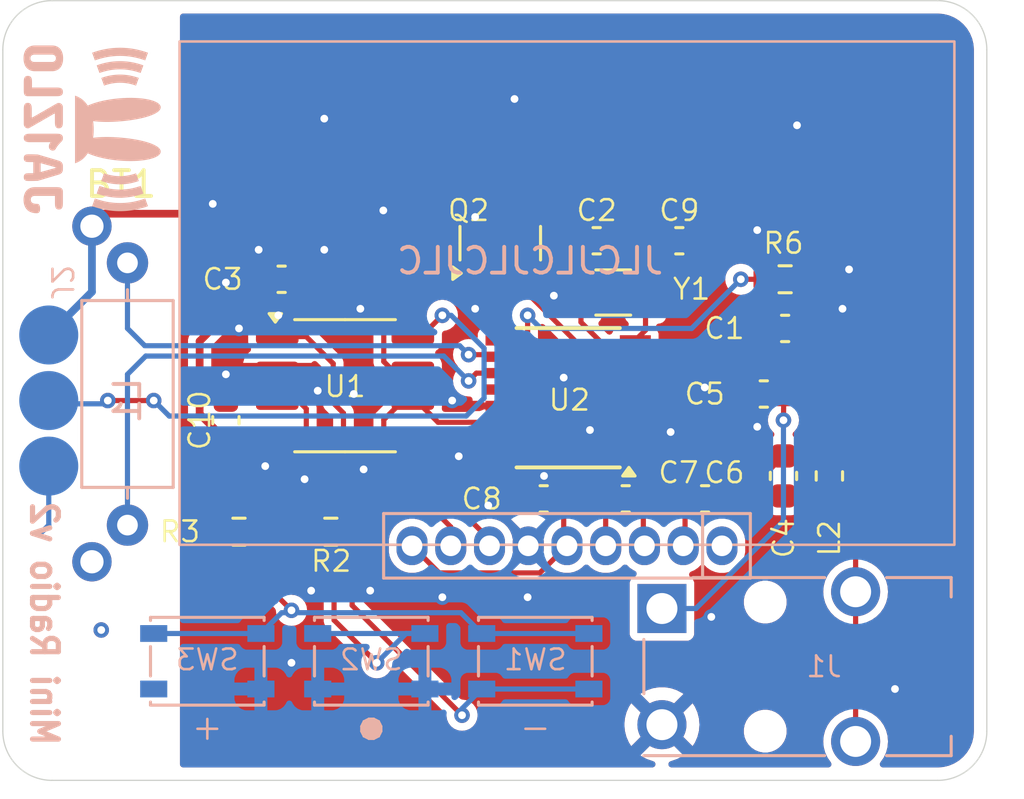
<source format=kicad_pcb>
(kicad_pcb (version 20240108) (generator "pcbnew") (generator_version "8.0")
  (layers (0 "F.Cu" signal) (31 "B.Cu" signal) (34 "B.Paste" user) (35 "F.Paste" user) (36 "B.SilkS" user "B.Silkscreen") (37 "F.SilkS" user "F.Silkscreen") (38 "B.Mask" user) (39 "F.Mask" user) (44 "Edge.Cuts" user))
  (net 0 "")
  (net 1 "Net-(U1-PC2)")
  (net 2 "VDD")
  (net 3 "GND")
  (net 4 "Net-(U1-PC1)")
  (net 7 "Net-(U2-XO)")
  (net 8 "Net-(U2-AMINP)")
  (net 9 "Net-(U2-LOUT)")
  (net 10 "Net-(U2-ROUT)")
  (net 11 "Net-(U2-XI{slash}RCLK)")
  (net 12 "Net-(U2-AMINN)")
  (net 13 "Net-(C5-Pad1)")
  (net 14 "Net-(C4-Pad1)")
  (net 15 "Net-(U1-PD6{slash}PA1)")
  (net 16 "Net-(U1-PA2)")
  (net 17 "Net-(U3-VOUT)")
  (net 18 "Net-(U3-CAP1P)")
  (net 19 "Net-(U3-CAP1N)")
  (net 21 "Net-(J2-Pin_2)")
  (net 22 "Net-(Q2-D)")
  (net 23 "Net-(Q2-G)")
  (net 24 "Net-(R2-Pad1)")
  (net 25 "Net-(C1-Pad1)")
  (net 26 "Net-(U2-RFINP)")
  (footprint "Capacitor_SMD:C_0603_1608Metric" (layer "F.Cu") (at 58.407 34.544 180)
    (property "Reference" "C7")
    (property "Value" "0.1u")
  )
  (footprint "Package_SO:SSOP-16_3.9x4.9mm_P0.635mm" (layer "F.Cu") (at 56.18 30.625 180)
    (property "Reference" "U2")
    (property "Value" "KT0913")
  )
  (footprint "Capacitor_SMD:C_0603_1608Metric" (layer "F.Cu") (at 60.484 24.543)
    (property "Reference" "C9")
    (property "Value" "15p")
  )
  (footprint "Inductor_SMD:L_0603_1608Metric" (layer "F.Cu") (at 66.294 33.655 -90)
    (property "Reference" "L2")
    (property "Value" "1u")
  )
  (footprint "Resistor_SMD:R_0603_1608Metric" (layer "F.Cu") (at 46.99 35.814 180)
    (property "Reference" "R2")
    (property "Value" "R")
  )
  (footprint "Library:BH-521_2xN" (layer "F.Cu") (at 53.34 30.48)
    (property "Reference" "BT1")
    (property "Value" "Battery")
  )
  (footprint "Capacitor_SMD:C_0603_1608Metric" (layer "F.Cu") (at 42.926 31.496 -90)
    (property "Reference" "C10")
    (property "Value" "0.1u")
  )
  (footprint "Package_SO:SOP-8_3.9x4.9mm_P1.27mm" (layer "F.Cu") (at 47.54 30.16)
    (property "Reference" "U1")
    (property "Value" "CH32V003JxMx")
  )
  (footprint "Package_TO_SOT_SMD:SOT-23" (layer "F.Cu") (at 53.55 24.638 90)
    (property "Reference" "Q2")
    (property "Value" "Q_PMOS_GSD")
  )
  (footprint "Capacitor_SMD:C_0603_1608Metric" (layer "F.Cu") (at 57.283 24.543)
    (property "Reference" "C2")
    (property "Value" "15p")
  )
  (footprint "Capacitor_SMD:C_0603_1608Metric" (layer "F.Cu") (at 45.085 26.035)
    (property "Reference" "C3")
    (property "Value" "10u")
  )
  (footprint "Resistor_SMD:R_0603_1608Metric" (layer "F.Cu") (at 43.434 35.814)
    (property "Reference" "R3")
    (property "Value" "R")
  )
  (footprint "Capacitor_SMD:C_0603_1608Metric" (layer "F.Cu") (at 63.754 30.48 180)
    (property "Reference" "C5")
    (property "Value" "10u")
  )
  (footprint "Capacitor_SMD:C_0603_1608Metric" (layer "F.Cu") (at 64.58 27.94 180)
    (property "Reference" "C1")
    (property "Value" "10p")
  )
  (footprint "Capacitor_SMD:C_0603_1608Metric" (layer "F.Cu") (at 64.516 33.655 90)
    (property "Reference" "C4")
    (property "Value" "10u")
  )
  (footprint "Capacitor_SMD:C_0603_1608Metric" (layer "F.Cu") (at 55.232 34.544 180)
    (property "Reference" "C8")
    (property "Value" "0.1u")
  )
  (footprint "Capacitor_SMD:C_0603_1608Metric" (layer "F.Cu") (at 61.481 34.544 180)
    (property "Reference" "C6")
    (property "Value" "0.1u")
  )
  (footprint "Crystal:Crystal_SMD_3215-2Pin_3.2x1.5mm" (layer "F.Cu") (at 57.925 26.548 180)
    (property "Reference" "Y1")
    (property "Value" "32.768kHz")
  )
  (footprint "Resistor_SMD:R_0603_1608Metric" (layer "F.Cu") (at 64.58 26.035)
    (property "Reference" "R6")
    (property "Value" "100k")
  )
  (footprint "Button_Switch_SMD:SW_SPST_PTS810" (layer "B.Cu") (at 48.557 40.835 180)
    (property "Reference" "SW2")
    (property "Value" "SW_Push")
  )
  (footprint "Inductor_THT:L_Axial_L7.0mm_D3.3mm_P10.16mm_Horizontal_Fastron_MICC" (layer "B.Cu") (at 39.116 25.4 -90)
    (property "Reference" "L1")
    (property "Value" "L_Ferrite")
  )
  (footprint "Library:AQM0802A" (layer "B.Cu") (at 56.134 36.362 180)
    (property "Reference" "U3" (hide yes))
    (property "Value" "AQM0802")
  )
  (footprint "Connector_Audio:Jack_3.5mm_Switronic_ST-005-G_horizontal" (layer "B.Cu") (at 66.31 41.042 180)
    (property "Reference" "J1")
    (property "Value" "AudioJack3")
  )
  (footprint "Library:DebugPoint_2.54mmx3" (layer "B.Cu") (at 36.068 30.734 -90)
    (property "Reference" "J2")
    (property "Value" "Conn_01x03_Socket")
  )
  (footprint "Button_Switch_SMD:SW_SPST_PTS810" (layer "B.Cu") (at 42.207 40.835 180)
    (property "Reference" "SW3")
    (property "Value" "SW_Push")
  )
  (footprint "Button_Switch_SMD:SW_SPST_PTS810" (layer "B.Cu") (at 54.907 40.835 180)
    (property "Reference" "SW1")
    (property "Value" "SW_Push")
  )
  (gr_poly (pts (xy 36.623503 17.449661) (xy 36.623344 17.443458) (xy 36.623082 17.436556) (xy 36.622716 17.428952) (xy 36.621681 17.411635) (xy 36.620248 17.391499) (xy 36.619338 17.380502) (xy 36.61808 17.369211) (xy 36.616475 17.357624) (xy 36.614525 17.34574) (xy 36.612232 17.333555) (xy 36.609595 17.321068) (xy 36.606617 17.308275) (xy 36.603299 17.295175) (xy 36.599559 17.281793) (xy 36.595394 17.268312) (xy 36.590805 17.25473) (xy 36.585794 17.241043) (xy 36.580361 17.22725) (xy 36.574507 17.213348) (xy 36.568235 17.199335) (xy 36.561544 17.185208) (xy 36.557993 17.178175) (xy 36.554278 17.171226) (xy 36.550398 17.164359) (xy 36.546353 17.157575) (xy 36.542145 17.150874) (xy 36.537772 17.144256) (xy 36.533236 17.137721) (xy 36.528536 17.13127) (xy 36.523673 17.124902) (xy 36.518646 17.118618) (xy 36.513456 17.112418) (xy 36.508103 17.106302) (xy 36.502587 17.10027) (xy 36.496908 17.094323) (xy 36.491067 17.08846) (xy 36.485063 17.082681) (xy 36.47892 17.07697) (xy 36.472583 17.071384) (xy 36.466053 17.065925) (xy 36.459328 17.060593) (xy 36.45241 17.055388) (xy 36.445298 17.050311) (xy 36.437993 17.045361) (xy 36.430493 17.04054) (xy 36.4228 17.035846) (xy 36.414913 17.031282) (xy 36.406832 17.026846) (xy 36.398557 17.02254) (xy 36.390089 17.018363) (xy 36.381426 17.014317) (xy 36.37257 17.0104) (xy 36.36352 17.006614) (xy 36.354254 17.003009) (xy 36.344748 16.999637) (xy 36.335002 16.996498) (xy 36.325017 16.993591) (xy 36.314793 16.990917) (xy 36.304329 16.988475) (xy 36.293627 16.986266) (xy 36.282686 16.98429) (xy 36.271506 16.982546) (xy 36.260088 16.981034) (xy 36.248432 16.979755) (xy 36.236537 16.978709) (xy 36.224405 16.977895) (xy 36.212035 16.977314) (xy 36.199426 16.976965) (xy 36.186581 16.976849) (xy 35.539593 16.976849) (xy 35.513316 16.977314) (xy 35.488047 16.978709) (xy 35.463789 16.981034) (xy 35.452039 16.982546) (xy 35.440542 16.98429) (xy 35.429299 16.986266) (xy 35.418308 16.988475) (xy 35.407571 16.990917) (xy 35.397088 16.993591) (xy 35.386858 16.996498) (xy 35.376882 16.999637) (xy 35.36716 17.003009) (xy 35.357693 17.006614) (xy 35.348486 17.0104) (xy 35.339468 17.014317) (xy 35.330639 17.018363) (xy 35.322 17.02254) (xy 35.313552 17.026846) (xy 35.305294 17.031282) (xy 35.297227 17.035846) (xy 35.28935 17.04054) (xy 35.281666 17.045361) (xy 35.274172 17.050311) (xy 35.266871 17.055388) (xy 35.259762 17.060593) (xy 35.252846 17.065925) (xy 35.246122 17.071384) (xy 35.239592 17.07697) (xy 35.233255 17.082681) (xy 35.227137 17.08846) (xy 35.221183 17.094323) (xy 35.215393 17.10027) (xy 35.209769 17.106302) (xy 35.204309 17.112418) (xy 35.199013 17.118618) (xy 35.193883 17.124902) (xy 35.188917 17.13127) (xy 35.184116 17.137721) (xy 35.17948 17.144256) (xy 35.175008 17.150874) (xy 35.170701 17.157575) (xy 35.166559 17.164359) (xy 35.162582 17.171226) (xy 35.158769 17.178175) (xy 35.155121 17.185208) (xy 35.148213 17.199335) (xy 35.141753 17.213348) (xy 35.135743 17.22725) (xy 35.130187 17.241043) (xy 35.125086 17.25473) (xy 35.120443 17.268312) (xy 35.11626 17.281793) (xy 35.11254 17.295175) (xy 35.109187 17.308275) (xy 35.106179 17.321068) (xy 35.103512 17.333555) (xy 35.101184 17.34574) (xy 35.099189 17.357624) (xy 35.097526 17.369211) (xy 35.096189 17.380502) (xy 35.095176 17.391499) (xy 35.093744 17.411635) (xy 35.092709 17.428952) (xy 35.092081 17.443458) (xy 35.091869 17.455164) (xy 35.091869 17.491958) (xy 35.091923 17.497501) (xy 35.092081 17.503743) (xy 35.092343 17.510689) (xy 35.092709 17.518339) (xy 35.093744 17.535763) (xy 35.095176 17.556037) (xy 35.096189 17.566976) (xy 35.097526 17.578245) (xy 35.099189 17.589843) (xy 35.101184 17.60177) (xy 35.103512 17.614027) (xy 35.106179 17.626613) (xy 35.109187 17.639529) (xy 35.11254 17.652774) (xy 35.11626 17.666165) (xy 35.120443 17.679672) (xy 35.125086 17.693295) (xy 35.130187 17.707035) (xy 35.135743 17.720891) (xy 35.141753 17.734862) (xy 35.148213 17.748951) (xy 35.155121 17.763155) (xy 35.158769 17.770209) (xy 35.162582 17.777186) (xy 35.166559 17.784085) (xy 35.170701 17.790909) (xy 35.175008 17.797656) (xy 35.17948 17.804326) (xy 35.184116 17.810922) (xy 35.188917 17.817441) (xy 35.193883 17.823886) (xy 35.199013 17.830256) (xy 35.204309 17.836551) (xy 35.209769 17.842772) (xy 35.215393 17.84892) (xy 35.221183 17.854993) (xy 35.227137 17.860994) (xy 35.233255 17.866921) (xy 35.239592 17.87271) (xy 35.246122 17.87837) (xy 35.252846 17.883902) (xy 35.259762 17.889305) (xy 35.266871 17.894582) (xy 35.274172 17.89973) (xy 35.281666 17.904751) (xy 35.28935 17.909645) (xy 35.297227 17.914411) (xy 35.305294 17.919051) (xy 35.313552 17.923564) (xy 35.322 17.927949) (xy 35.330639 17.932209) (xy 35.339468 17.936342) (xy 35.348486 17.940348) (xy 35.357693 17.944229) (xy 35.36716 17.947889) (xy 35.376882 17.951312) (xy 35.386858 17.954498) (xy 35.397088 17.957447) (xy 35.407571 17.960159) (xy 35.418308 17.962635) (xy 35.429299 17.964874) (xy 35.440542 17.966876) (xy 35.452039 17.968643) (xy 35.463789 17.970174) (xy 35.475792 17.971468) (xy 35.488047 17.972527) (xy 35.500555 17.97335) (xy 35.513316 17.973938) (xy 35.526328 17.974291) (xy 35.539593 17.974409) (xy 36.186581 17.974409) (xy 36.203944 17.974088) (xy 36.203944 17.615154) (xy 35.498665 17.615154) (xy 35.493685 17.614847) (xy 35.488782 17.614428) (xy 35.483958 17.613898) (xy 35.479211 17.613257) (xy 35.474542 17.612505) (xy 35.469952 17.611643) (xy 35.46544 17.61067) (xy 35.461006 17.609586) (xy 35.456652 17.608393) (xy 35.452376 17.607089) (xy 35.448179 17.605676) (xy 35.444061 17.604152) (xy 35.440023 17.602519) (xy 35.436064 17.600777) (xy 35.432185 17.598925) (xy 35.428386 17.596965) (xy 35.424997 17.595162) (xy 35.421652 17.593244) (xy 35.418351 17.59121) (xy 35.415095 17.589061) (xy 35.411884 17.586797) (xy 35.408717 17.584418) (xy 35.405597 17.581924) (xy 35.402521 17.579317) (xy 35.399492 17.576595) (xy 35.39651 17.57376) (xy 35.393574 17.570812) (xy 35.390684 17.567751) (xy 35.387842 17.564577) (xy 35.385048 17.561291) (xy 35.382302 17.557893) (xy 35.379603 17.554383) (xy 35.376994 17.550684) (xy 35.374555 17.546796) (xy 35.372285 17.54272) (xy 35.370184 17.538454) (xy 35.368251 17.533999) (xy 35.366488 17.529356) (xy 35.364893 17.524523) (xy 35.363467 17.519502) (xy 35.362209 17.514291) (xy 35.36112 17.508892) (xy 35.360198 17.503303) (xy 35.359444 17.497526) (xy 35.358858 17.49156) (xy 35.35844 17.485405) (xy 35.358189 17.479061) (xy 35.358106 17.472528) (xy 35.358189 17.466111) (xy 35.35844 17.459883) (xy 35.358858 17.453843) (xy 35.359444 17.447991) (xy 35.360198 17.442327) (xy 35.36112 17.43685) (xy 35.362209 17.431561) (xy 35.363467 17.426458) (xy 35.364893 17.421542) (xy 35.366488 17.416812) (xy 35.368251 17.412268) (xy 35.370184 17.407909) (xy 35.372285 17.403736) (xy 35.374555 17.399748) (xy 35.376994 17.395945) (xy 35.379603 17.392326) (xy 35.382302 17.388873) (xy 35.385048 17.385529) (xy 35.387842 17.382294) (xy 35.390684 17.379168) (xy 35.393574 17.376151) (xy 35.39651 17.373243) (xy 35.399492 17.370444) (xy 35.402521 17.367754) (xy 35.405597 17.365173) (xy 35.408717 17.362701) (xy 35.411884 17.360338) (xy 35.415095 17.358084) (xy 35.418351 17.355939) (xy 35.421652 17.353903) (xy 35.424997 17.351976) (xy 35.428386 17.350158) (xy 35.432185 17.348306) (xy 35.436064 17.346549) (xy 35.440023 17.344887) (xy 35.444061 17.343319) (xy 35.448179 17.341847) (xy 35.452376 17.340469) (xy 35.456652 17.339188) (xy 35.461006 17.338001) (xy 35.46544 17.336911) (xy 35.469952 17.335916) (xy 35.474542 17.335017) (xy 35.479211 17.334214) (xy 35.483958 17.333508) (xy 35.488782 17.332898) (xy 35.493685 17.332385) (xy 35.498665 17.331968) (xy 36.203944 17.331968) (xy 36.208761 17.332385) (xy 36.213522 17.332898) (xy 36.218227 17.333508) (xy 36.222875 17.334214) (xy 36.227468 17.335017) (xy 36.232004 17.335916) (xy 36.236483 17.336911) (xy 36.240905 17.338001) (xy 36.245271 17.339188) (xy 36.24958 17.340469) (xy 36.253831 17.341847) (xy 36.258025 17.343319) (xy 36.262161 17.344887) (xy 36.26624 17.346549) (xy 36.270261 17.348306) (xy 36.274224 17.350158) (xy 36.277462 17.351976) (xy 36.280667 17.353903) (xy 36.283839 17.355939) (xy 36.286978 17.358084) (xy 36.290084 17.360338) (xy 36.293158 17.362701) (xy 36.2962 17.365173) (xy 36.299209 17.367754) (xy 36.302188 17.370444) (xy 36.305135 17.373243) (xy 36.308051 17.376151) (xy 36.310937 17.379168) (xy 36.313792 17.382294) (xy 36.316617 17.385529) (xy 36.319413 17.388873) (xy 36.322179 17.392326) (xy 36.324883 17.395945) (xy 36.327412 17.399748) (xy 36.329766 17.403736) (xy 36.331946 17.407909) (xy 36.333952 17.412268) (xy 36.335783 17.416812) (xy 36.33744 17.421542) (xy 36.338923 17.426458) (xy 36.340231 17.431561) (xy 36.341364 17.43685) (xy 36.342323 17.442327) (xy 36.343108 17.447991) (xy 36.343719 17.453843) (xy 36.344155 17.459883) (xy 36.344416 17.466111) (xy 36.344504 17.472528) (xy 36.344416 17.479061) (xy 36.344155 17.485405) (xy 36.343719 17.49156) (xy 36.343108 17.497526) (xy 36.342323 17.503303) (xy 36.341364 17.508892) (xy 36.340231 17.514291) (xy 36.338923 17.519502) (xy 36.33744 17.524523) (xy 36.335783 17.529356) (xy 36.333952 17.533999) (xy 36.331946 17.538454) (xy 36.329766 17.54272) (xy 36.327412 17.546796) (xy 36.324883 17.550684) (xy 36.322179 17.554383) (xy 36.319413 17.557893) (xy 36.316617 17.561291) (xy 36.313792 17.564577) (xy 36.310937 17.567751) (xy 36.308051 17.570812) (xy 36.305135 17.57376) (xy 36.302188 17.576595) (xy 36.299209 17.579317) (xy 36.2962 17.581924) (xy 36.293158 17.584418) (xy 36.290084 17.586797) (xy 36.286978 17.589061) (xy 36.283839 17.59121) (xy 36.280667 17.593244) (xy 36.277462 17.595162) (xy 36.274224 17.596965) (xy 36.270261 17.598925) (xy 36.26624 17.600777) (xy 36.262161 17.602519) (xy 36.258025 17.604152) (xy 36.253831 17.605676) (xy 36.24958 17.607089) (xy 36.245271 17.608393) (xy 36.240905 17.609586) (xy 36.236483 17.61067) (xy 36.232004 17.611643) (xy 36.227468 17.612505) (xy 36.222875 17.613257) (xy 36.218227 17.613898) (xy 36.213522 17.614428) (xy 36.208761 17.614847) (xy 36.203944 17.615154) (xy 36.203944 17.974088) (xy 36.212035 17.973938) (xy 36.236537 17.972527) (xy 36.248432 17.971468) (xy 36.260088 17.970174) (xy 36.271506 17.968643) (xy 36.282686 17.966876) (xy 36.293627 17.964874) (xy 36.304329 17.962635) (xy 36.314793 17.960159) (xy 36.325017 17.957447) (xy 36.335002 17.954498) (xy 36.344748 17.951312) (xy 36.354254 17.947889) (xy 36.36352 17.944229) (xy 36.37257 17.940348) (xy 36.381426 17.936342) (xy 36.390089 17.932209) (xy 36.398557 17.927949) (xy 36.406832 17.923564) (xy 36.414913 17.919051) (xy 36.4228 17.914411) (xy 36.430493 17.909645) (xy 36.437993 17.904751) (xy 36.445298 17.89973) (xy 36.45241 17.894582) (xy 36.459328 17.889305) (xy 36.466053 17.883902) (xy 36.472583 17.87837) (xy 36.47892 17.87271) (xy 36.485063 17.866921) (xy 36.491067 17.860994) (xy 36.496908 17.854993) (xy 36.502587 17.84892) (xy 36.508103 17.842772) (xy 36.513456 17.836551) (xy 36.518646 17.830256) (xy 36.523673 17.823886) (xy 36.528536 17.817441) (xy 36.533236 17.810922) (xy 36.537772 17.804326) (xy 36.542145 17.797656) (xy 36.546353 17.790909) (xy 36.550398 17.784085) (xy 36.554278 17.777186) (xy 36.557993 17.770209) (xy 36.561544 17.763155) (xy 36.568235 17.748951) (xy 36.574507 17.734862) (xy 36.580361 17.720891) (xy 36.585794 17.707035) (xy 36.590805 17.693295) (xy 36.595394 17.679672) (xy 36.599559 17.666165) (xy 36.603299 17.652774) (xy 36.606617 17.639529) (xy 36.609595 17.626613) (xy 36.612232 17.614027) (xy 36.614525 17.60177) (xy 36.616475 17.589843) (xy 36.61808 17.578245) (xy 36.619338 17.566976) (xy 36.620248 17.556037) (xy 36.621681 17.535763) (xy 36.622716 17.518339) (xy 36.623344 17.503743) (xy 36.623556 17.491958) (xy 36.623556 17.455164)) (stroke (width -0.000001)) (fill solid) (layer "B.SilkS"))
  (gr_poly (pts (xy 37.805747 20.11428) (xy 37.797507 20.00061) (xy 37.791313 19.944927) (xy 37.783731 19.890079) (xy 37.774756 19.836114) (xy 37.764385 19.783085) (xy 37.752612 19.731039) (xy 37.739434 19.680028) (xy 37.724845 19.630101) (xy 37.708843 19.581309) (xy 37.691422 19.5337) (xy 37.672577 19.487326) (xy 37.652306 19.442236) (xy 37.630603 19.398479) (xy 37.607464 19.356107) (xy 37.582885 19.315169) (xy 37.556861 19.275715) (xy 37.529388 19.237794) (xy 37.500462 19.201458) (xy 37.470079 19.166755) (xy 37.438233 19.133736) (xy 37.404921 19.102451) (xy 37.370139 19.072949) (xy 37.333881 19.045281) (xy 37.296145 19.019497) (xy 37.256925 18.995646) (xy 37.216216 18.973779) (xy 37.174016 18.953945) (xy 37.130319 18.936195) (xy 37.085121 18.920577) (xy 37.085121 21.540722) (xy 37.130319 21.525106) (xy 37.174016 21.507355) (xy 37.216216 21.487521) (xy 37.256925 21.465654) (xy 37.296145 21.441803) (xy 37.333881 21.416019) (xy 37.370139 21.388351) (xy 37.404921 21.35885) (xy 37.470079 21.294546) (xy 37.529388 21.223508) (xy 37.582885 21.146135) (xy 37.630603 21.062827) (xy 37.672577 20.973985) (xy 37.708843 20.880007) (xy 37.739434 20.781293) (xy 37.764385 20.678244) (xy 37.783731 20.571259) (xy 37.797507 20.460739) (xy 37.805747 20.347082) (xy 37.808486 20.230688)) (stroke (width -0.000001)) (fill solid) (layer "B.SilkS"))
  (gr_poly (pts (xy 40.402315 19.360472) (xy 40.398139 19.336316) (xy 40.389959 19.312832) (xy 40.377877 19.290041) (xy 40.361996 19.267965) (xy 40.319239 19.226039) (xy 40.2625 19.187222) (xy 40.192592 19.151683) (xy 40.110326 19.119591) (xy 40.016515 19.091114) (xy 39.911972 19.066421) (xy 39.797507 19.045679) (xy 39.673934 19.029058) (xy 39.542065 19.016726) (xy 39.402712 19.008852) (xy 39.256688 19.005603) (xy 39.104804 19.007149) (xy 38.947873 19.013659) (xy 38.786706 19.025299) (xy 38.625968 19.041823) (xy 38.470292 19.062664) (xy 38.32045 19.087516) (xy 38.177211 19.116071) (xy 38.041347 19.148022) (xy 37.913627 19.183064) (xy 37.794822 19.220888) (xy 37.739004 19.240748) (xy 37.685703 19.261189) (xy 37.635016 19.282172) (xy 37.58704 19.303659) (xy 37.54187 19.325611) (xy 37.499603 19.347991) (xy 37.460335 19.370759) (xy 37.424163 19.393878) (xy 37.391183 19.41731) (xy 37.361491 19.441015) (xy 37.335183 19.464955) (xy 37.312356 19.489092) (xy 37.293106 19.513388) (xy 37.277529 19.537805) (xy 37.265722 19.562303) (xy 37.257781 19.586845) (xy 37.253803 19.611393) (xy 37.253883 19.635907) (xy 37.258077 19.659897) (xy 37.266307 19.682899) (xy 37.278469 19.704912) (xy 37.29446 19.725936) (xy 37.337513 19.765018) (xy 37.394636 19.800146) (xy 37.465 19.83132) (xy 37.547774 19.85854) (xy 37.64213 19.881808) (xy 37.747237 19.901123) (xy 37.862266 19.916486) (xy 37.986387 19.927897) (xy 38.11877 19.935358) (xy 38.258587 19.938868) (xy 38.405007 19.938427) (xy 38.5572 19.934037) (xy 38.714338 19.925697) (xy 38.875589 19.913409) (xy 39.036259 19.897533) (xy 39.191742 19.878522) (xy 39.341283 19.856515) (xy 39.484132 19.831649) (xy 39.619535 19.804062) (xy 39.746739 19.773892) (xy 39.864993 19.741277) (xy 39.973544 19.706355) (xy 40.023945 19.688071) (xy 40.071638 19.669263) (xy 40.11653 19.649947) (xy 40.158524 19.630141) (xy 40.197529 19.609861) (xy 40.233449 19.589125) (xy 40.266191 19.56795) (xy 40.29566 19.546353) (xy 40.321763 19.524352) (xy 40.344405 19.501964) (xy 40.363492 19.479207) (xy 40.378931 19.456096) (xy 40.390627 19.43265) (xy 40.398485 19.408886) (xy 40.402413 19.384821)) (stroke (width -0.000001)) (fill solid) (layer "B.SilkS"))
  (gr_poly (pts (xy 39.625377 17.710106) (xy 39.516566 17.677887) (xy 39.405925 17.65014) (xy 39.349944 17.637998) (xy 39.293535 17.627041) (xy 39.236708 17.61729) (xy 39.179474 17.608767) (xy 39.121841 17.601495) (xy 39.063819 17.595496) (xy 39.00542 17.590791) (xy 38.946651 17.587403) (xy 38.887524 17.585354) (xy 38.828048 17.584666) (xy 38.76859 17.585354) (xy 38.709478 17.587403) (xy 38.650724 17.59079) (xy 38.592336 17.595494) (xy 38.534324 17.601492) (xy 38.4767 17.608762) (xy 38.419472 17.617281) (xy 38.362651 17.627028) (xy 38.306246 17.63798) (xy 38.250268 17.650115) (xy 38.194726 17.66341) (xy 38.139631 17.677844) (xy 38.084993 17.693393) (xy 38.030822 17.710037) (xy 37.923918 17.746517) (xy 38.032128 18.043759) (xy 38.126239 18.01164) (xy 38.222024 17.983294) (xy 38.319416 17.958876) (xy 38.368693 17.94819) (xy 38.418345 17.938545) (xy 38.468364 17.929961) (xy 38.518741 17.922458) (xy 38.569468 17.916055) (xy 38.620536 17.910772) (xy 38.671937 17.906629) (xy 38.723662 17.903646) (xy 38.775701 17.901841) (xy 38.828047 17.901235) (xy 38.828048 17.901235) (xy 38.880412 17.901841) (xy 38.932468 17.903646) (xy 38.984206 17.90663) (xy 39.035619 17.910774) (xy 39.086697 17.916059) (xy 39.137432 17.922464) (xy 39.187817 17.929971) (xy 39.237841 17.938559) (xy 39.287497 17.948209) (xy 39.336777 17.958902) (xy 39.385672 17.970618) (xy 39.434172 17.983338) (xy 39.482271 17.997042) (xy 39.529959 18.01171) (xy 39.62407 18.043862) (xy 39.73228 17.74662)) (stroke (width -0.000001)) (fill solid) (layer "B.SilkS"))
  (gr_poly (pts (xy 40.398485 21.052414) (xy 40.390627 21.02865) (xy 40.378931 21.005204) (xy 40.363492 20.982093) (xy 40.344405 20.959335) (xy 40.321763 20.936947) (xy 40.29566 20.914947) (xy 40.266191 20.89335) (xy 40.233449 20.872175) (xy 40.197529 20.851439) (xy 40.158524 20.831159) (xy 40.11653 20.811353) (xy 40.071638 20.792037) (xy 40.023945 20.773228) (xy 39.973544 20.754945) (xy 39.864993 20.720023) (xy 39.746739 20.687408) (xy 39.619535 20.657238) (xy 39.484132 20.629651) (xy 39.341283 20.604785) (xy 39.191742 20.582777) (xy 39.036259 20.563767) (xy 38.875589 20.547891) (xy 38.714338 20.535602) (xy 38.5572 20.527263) (xy 38.405007 20.522873) (xy 38.258587 20.522432) (xy 38.11877 20.525942) (xy 37.986387 20.533402) (xy 37.862266 20.544814) (xy 37.747237 20.560177) (xy 37.64213 20.579492) (xy 37.547774 20.60276) (xy 37.465 20.62998) (xy 37.394636 20.661154) (xy 37.337513 20.696282) (xy 37.29446 20.735364) (xy 37.278469 20.756388) (xy 37.266307 20.778401) (xy 37.258077 20.801402) (xy 37.253883 20.825393) (xy 37.253803 20.849907) (xy 37.257781 20.874456) (xy 37.265722 20.898999) (xy 37.277529 20.923499) (xy 37.293106 20.947918) (xy 37.312356 20.972217) (xy 37.335183 20.996357) (xy 37.361491 21.0203) (xy 37.391183 21.044008) (xy 37.424163 21.067442) (xy 37.460335 21.090565) (xy 37.499603 21.113336) (xy 37.54187 21.135719) (xy 37.58704 21.157675) (xy 37.635016 21.179164) (xy 37.685703 21.20015) (xy 37.739004 21.220593) (xy 37.794822 21.240455) (xy 37.913627 21.278282) (xy 38.041347 21.313324) (xy 38.177211 21.345273) (xy 38.32045 21.373823) (xy 38.470292 21.398666) (xy 38.625968 21.419494) (xy 38.786706 21.436) (xy 38.947873 21.447641) (xy 39.104804 21.45415) (xy 39.256688 21.455697) (xy 39.402712 21.452448) (xy 39.542065 21.444574) (xy 39.673934 21.432242) (xy 39.797507 21.415621) (xy 39.911972 21.394879) (xy 40.016515 21.370185) (xy 40.110326 21.341708) (xy 40.192592 21.309616) (xy 40.2625 21.274078) (xy 40.319239 21.235261) (xy 40.361996 21.193335) (xy 40.377877 21.171258) (xy 40.389959 21.148468) (xy 40.398139 21.124984) (xy 40.402315 21.100828) (xy 40.402413 21.076479)) (stroke (width -0.000001)) (fill solid) (layer "B.SilkS"))
  (gr_rect (start 41.134 16.822) (end 71.134 36.322) (stroke (width 0.1)) (fill none) (layer "B.SilkS"))
  (gr_poly (pts (xy 36.614818 19.368) (xy 36.614647 19.362993) (xy 36.614363 19.358058) (xy 36.613965 19.353194) (xy 36.613455 19.348402) (xy 36.612831 19.343681) (xy 36.612094 19.339031) (xy 36.611244 19.334452) (xy 36.610282 19.329943) (xy 36.609207 19.325503) (xy 36.60802 19.321134) (xy 36.606721 19.316834) (xy 36.605309 19.312602) (xy 36.603786 19.30844) (xy 36.602151 19.304346) (xy 36.600405 19.30032) (xy 36.598547 19.296331) (xy 36.596616 19.292428) (xy 36.594613 19.288608) (xy 36.592537 19.284873) (xy 36.590388 19.281223) (xy 36.588167 19.277656) (xy 36.585873 19.274173) (xy 36.583507 19.270774) (xy 36.581067 19.267458) (xy 36.578555 19.264226) (xy 36.575971 19.261077) (xy 36.573314 19.258011) (xy 36.570584 19.255028) (xy 36.567781 19.252128) (xy 36.564906 19.249311) (xy 36.561957 19.246576) (xy 36.558989 19.243941) (xy 36.555975 19.241383) (xy 36.552915 19.238904) (xy 36.549809 19.236503) (xy 36.546658 19.23418) (xy 36.543461 19.231937) (xy 36.54022 19.229773) (xy 36.536933 19.227688) (xy 36.533602 19.225684) (xy 36.530226 19.22376) (xy 36.526806 19.221916) (xy 36.523341 19.220153) (xy 36.519832 19.218472) (xy 36.516279 19.216872) (xy 36.512682 19.215353) (xy 36.509041 19.213917) (xy 36.505362 19.212526) (xy 36.501687 19.211224) (xy 36.498017 19.210008) (xy 36.494352 19.208882) (xy 36.490692 19.207843) (xy 36.487037 19.206893) (xy 36.483386 19.206032) (xy 36.47974 19.205261) (xy 36.4761 19.204579) (xy 36.472464 19.203987) (xy 36.468833 19.203485) (xy 36.465206 19.203074) (xy 36.461585 19.202754) (xy 36.457969 19.202525) (xy 36.454357 19.202387) (xy 36.45075 19.202341) (xy 36.446623 19.202394) (xy 36.442535 19.202553) (xy 36.438489 19.202815) (xy 36.434485 19.203181) (xy 36.430525 19.203648) (xy 36.426609 19.204216) (xy 36.42274 19.204884) (xy 36.418918 19.205649) (xy 36.415241 19.206443) (xy 36.411652 19.207352) (xy 36.408153 19.208375) (xy 36.404745 19.209511) (xy 36.401429 19.210759) (xy 36.398207 19.212116) (xy 36.395078 19.213583) (xy 36.392046 19.215157) (xy 35.425078 19.771195) (xy 35.409782 19.755898) (xy 35.409782 19.4446) (xy 35.40971 19.434039) (xy 35.409493 19.423439) (xy 35.409134 19.4128) (xy 35.408632 19.402122) (xy 35.407991 19.391406) (xy 35.40721 19.380651) (xy 35.40629 19.369857) (xy 35.405234 19.359024) (xy 35.404009 19.348298) (xy 35.402425 19.337821) (xy 35.400482 19.327591) (xy 35.398181 19.317605) (xy 35.395521 19.307862) (xy 35.392503 19.298359) (xy 35.389126 19.289093) (xy 35.385391 19.280062) (xy 35.383413 19.275676) (xy 35.381317 19.271391) (xy 35.379102 19.267208) (xy 35.376768 19.263127) (xy 35.374315 19.259149) (xy 35.371744 19.255273) (xy 35.369054 19.2515) (xy 35.366245 19.247829) (xy 35.363317 19.244262) (xy 35.360271 19.240798) (xy 35.357106 19.237437) (xy 35.353823 19.234179) (xy 35.350421 19.231025) (xy 35.3469 19.227974) (xy 35.343261 19.225028) (xy 35.339502 19.222185) (xy 35.335635 19.219482) (xy 35.331591 19.216953) (xy 35.32737 19.214598) (xy 35.322973 19.212418) (xy 35.318398 19.210413) (xy 35.313647 19.208581) (xy 35.308718 19.206925) (xy 35.303613 19.205442) (xy 35.298331 19.204134) (xy 35.292873 19.203) (xy 35.287237 19.202041) (xy 35.281425 19.201256) (xy 35.275436 19.200646) (xy 35.26927 19.20021) (xy 35.262927 19.199948) (xy 35.256407 19.199861) (xy 35.249716 19.199948) (xy 35.24321 19.20021) (xy 35.236886 19.200646) (xy 35.230746 19.201256) (xy 35.224789 19.202041) (xy 35.219015 19.203) (xy 35.213422 19.204134) (xy 35.208012 19.205442) (xy 35.202783 19.206925) (xy 35.197736 19.208581) (xy 35.19287 19.210413) (xy 35.188184 19.212418) (xy 35.183679 19.214598) (xy 35.179355 19.216953) (xy 35.17521 19.219482) (xy 35.171244 19.222185) (xy 35.167467 19.225028) (xy 35.163807 19.227974) (xy 35.160267 19.231025) (xy 35.156844 19.234179) (xy 35.15354 19.237437) (xy 35.150353 19.240798) (xy 35.147285 19.244262) (xy 35.144334 19.247829) (xy 35.1415 19.2515) (xy 35.138784 19.255273) (xy 35.136185 19.259149) (xy 35.133703 19.263127) (xy 35.131338 19.267208) (xy 35.129089 19.271391) (xy 35.126958 19.275676) (xy 35.124942 19.280062) (xy 35.12301 19.284549) (xy 35.121168 19.289093) (xy 35.119415 19.293697) (xy 35.117751 19.298359) (xy 35.116176 19.303081) (xy 35.11469 19.307862) (xy 35.113293 19.312704) (xy 35.111984 19.317605) (xy 35.109632 19.327591) (xy 35.107632 19.337821) (xy 35.105983 19.348298) (xy 35.104685 19.359024) (xy 35.103706 19.369857) (xy 35.102862 19.380651) (xy 35.10215 19.391406) (xy 35.101571 19.402122) (xy 35.101123 19.4128) (xy 35.100804 19.423439) (xy 35.100614 19.434039) (xy 35.100551 19.4446) (xy 35.100551 20.013453) (xy 35.100754 20.023651) (xy 35.10101 20.028638) (xy 35.101368 20.033549) (xy 35.101829 20.038385) (xy 35.102393 20.043146) (xy 35.103061 20.047832) (xy 35.103832 20.052443) (xy 35.104708 20.056979) (xy 35.105688 20.061439) (xy 35.106773 20.065825) (xy 35.107963 20.070136) (xy 35.109259 20.074371) (xy 35.11066 20.078532) (xy 35.112167 20.082617) (xy 35.11378 20.086627) (xy 35.115516 20.09058) (xy 35.117312 20.094456) (xy 35.119169 20.098256) (xy 35.121087 20.101978) (xy 35.123067 20.105624) (xy 35.125107 20.109195) (xy 35.12721 20.112689) (xy 35.129373 20.116108) (xy 35.131599 20.119452) (xy 35.133886 20.122722) (xy 35.136236 20.125916) (xy 35.138647 20.129037) (xy 35.141122 20.132084) (xy 35.143658 20.135057) (xy 35.146258 20.137957) (xy 35.14892 20.140784) (xy 35.151676 20.143496) (xy 35.154482 20.146128) (xy 35.157336 20.14868) (xy 35.160238 20.151153) (xy 35.16319 20.153546) (xy 35.166192 20.155861) (xy 35.169242 20.158096) (xy 35.172342 20.160253) (xy 35.175492 20.162331) (xy 35.178691 20.16433) (xy 35.181941 20.166251) (xy 35.18524 20.168093) (xy 35.18859 20.169858) (xy 35.19199 20.171544) (xy 35.195441 20.173153) (xy 35.198943 20.174684) (xy 35.202455 20.176147) (xy 35.205977 20.177513) (xy 35.209509 20.178783) (xy 35.213052 20.179958) (xy 35.216604 20.181036) (xy 35.220168 20.182019) (xy 35.223741 20.182908) (xy 35.227326 20.183701) (xy 35.230921 20.1844) (xy 35.234528 20.185005) (xy 35.238145 20.185515) (xy 35.241774 20.185933) (xy 35.245415 20.186257) (xy 35.249067 20.186488) (xy 35.252731 20.186626) (xy 35.256407 20.186672) (xy 35.261174 20.186634) (xy 35.265788 20.186517) (xy 35.270249 20.186323) (xy 35.274558 20.186052) (xy 35.278717 20.185703) (xy 35.282728 20.185277) (xy 35.28659 20.184773) (xy 35.290306 20.184192) (xy 35.292172 20.183814) (xy 35.294047 20.183378) (xy 35.295931 20.182885) (xy 35.297825 20.182335) (xy 35.299729 20.181727) (xy 35.301643 20.181063) (xy 35.303566 20.180343) (xy 35.305499 20.179567) (xy 35.307442 20.178735) (xy 35.309394 20.177847) (xy 35.311356 20.176905) (xy 35.313328 20.175908) (xy 35.315309 20.174856) (xy 35.317301 20.17375) (xy 35.319301 20.17259) (xy 35.321312 20.171376) (xy 36.28828 19.613272) (xy 36.305643 19.630635) (xy 36.305643 19.941933) (xy 36.305706 19.952785) (xy 36.305897 19.963637) (xy 36.306215 19.974489) (xy 36.306664 19.985341) (xy 36.307243 19.996193) (xy 36.307954 20.007045) (xy 36.308799 20.017898) (xy 36.309777 20.02875) (xy 36.311056 20.039403) (xy 36.312647 20.049816) (xy 36.31455 20.059988) (xy 36.316766 20.069923) (xy 36.319298 20.079619) (xy 36.322146 20.08908) (xy 36.325311 20.098306) (xy 36.328794 20.107298) (xy 36.330708 20.111646) (xy 36.332728 20.115892) (xy 36.334855 20.120037) (xy 36.337088 20.124081) (xy 36.339428 20.128024) (xy 36.341875 20.131865) (xy 36.344428 20.135606) (xy 36.347087 20.139246) (xy 36.349854 20.142786) (xy 36.352727 20.146225) (xy 36.355706 20.149564) (xy 36.358792 20.152803) (xy 36.361985 20.155942) (xy 36.365284 20.158982) (xy 36.36869 20.161921) (xy 36.372202 20.164762) (xy 36.375852 20.167426) (xy 36.379668 20.169917) (xy 36.383652 20.172233) (xy 36.387804 20.174377) (xy 36.392123 20.176347) (xy 36.39661 20.178144) (xy 36.401266 20.179768) (xy 36.406089 20.18122) (xy 36.411081 20.182501) (xy 36.416241 20.183609) (xy 36.42157 20.184546) (xy 36.427068 20.185313) (xy 36.432735 20.185908) (xy 36.438571 20.186333) (xy 36.444576 20.186588) (xy 36.45075 20.186672) (xy 36.457674 20.186588) (xy 36.464417 20.186333) (xy 36.470977 20.185908) (xy 36.477355 20.185313) (xy 36.483551 20.184546) (xy 36.489565 20.183609) (xy 36.495396 20.182501) (xy 36.501044 20.18122) (xy 36.50651 20.179768) (xy 36.511792 20.178144) (xy 36.516891 20.176347) (xy 36.521807 20.174377) (xy 36.526539 20.172233) (xy 36.531088 20.169917) (xy 36.535453 20.167426) (xy 36.539634 20.164762) (xy 36.543697 20.161921) (xy 36.547632 20.158982) (xy 36.551439 20.155942) (xy 36.555117 20.152803) (xy 36.558667 20.149564) (xy 36.562089 20.146225) (xy 36.565382 20.142786) (xy 36.568547 20.139246) (xy 36.571583 20.135606) (xy 36.574491 20.131865) (xy 36.577271 20.128024) (xy 36.579922 20.124081) (xy 36.582445 20.120037) (xy 36.584839 20.115892) (xy 36.587105 20.111646) (xy 36.589243 20.107298) (xy 36.591306 20.102831) (xy 36.593269 20.098306) (xy 36.595133 20.093722) (xy 36.596897 20.08908) (xy 36.598563 20.084379) (xy 36.600129 20.079619) (xy 36.601595 20.074801) (xy 36.602963 20.069923) (xy 36.604231 20.064985) (xy 36.6054 20.059988) (xy 36.606469 20.054932) (xy 36.607439 20.049816) (xy 36.60831 20.044639) (xy 36.609082 20.039403) (xy 36.609754 20.034107) (xy 36.610327 20.02875) (xy 36.611383 20.017898) (xy 36.612302 20.007045) (xy 36.613083 19.996193) (xy 36.613725 19.985341) (xy 36.614226 19.974489) (xy 36.614586 19.963637) (xy 36.614802 19.952785) (xy 36.614875 19.941933) (xy 36.614875 19.37308)) (stroke (width -0.000001)) (fill solid) (layer "B.SilkS"))
  (gr_poly (pts (xy 36.61479 22.639441) (xy 36.614536 22.632046) (xy 36.614113 22.62485) (xy 36.613521 22.617852) (xy 36.612761 22.611054) (xy 36.611833 22.604456) (xy 36.610738 22.598057) (xy 36.609474 22.591858) (xy 36.608044 22.585858) (xy 36.606447 22.580059) (xy 36.604683 22.574459) (xy 36.602753 22.56906) (xy 36.600657 22.563862) (xy 36.598396 22.558864) (xy 36.595969 22.554066) (xy 36.593377 22.54947) (xy 36.59063 22.545006) (xy 36.587777 22.540682) (xy 36.584817 22.536498) (xy 36.581752 22.532456) (xy 36.57858 22.528553) (xy 36.575302 22.524791) (xy 36.571919 22.52117) (xy 36.56843 22.517689) (xy 36.564836 22.514349) (xy 36.561137 22.511149) (xy 36.557332 22.508089) (xy 36.553423 22.505171) (xy 36.549409 22.502392) (xy 36.54529 22.499754) (xy 36.541067 22.497257) (xy 36.53674 22.4949) (xy 36.532304 22.492627) (xy 36.527796 22.490457) (xy 36.523215 22.488392) (xy 36.518561 22.48643) (xy 36.513833 22.484572) (xy 36.509032 22.482817) (xy 36.504158 22.481165) (xy 36.49921 22.479617) (xy 36.494188 22.478171) (xy 36.489091 22.476828) (xy 36.483921 22.475588) (xy 36.478676 22.474451) (xy 36.473357 22.473415) (xy 36.467964 22.472482) (xy 36.462495 22.471651) (xy 36.456951 22.470922) (xy 36.445838 22.469682) (xy 36.434666 22.4686) (xy 36.423436 22.467677) (xy 36.412148 22.466917) (xy 36.400802 22.466322) (xy 36.389398 22.465893) (xy 36.377935 22.465634) (xy 36.366414 22.465548) (xy 35.544141 22.465548) (xy 35.516545 22.466061) (xy 35.490032 22.467599) (xy 35.477181 22.468751) (xy 35.4646 22.470158) (xy 35.452288 22.471821) (xy 35.440245 22.473738) (xy 35.428472 22.47591) (xy 35.416966 22.478335) (xy 35.40573 22.481015) (xy 35.394761 22.483948) (xy 35.384059 22.487134) (xy 35.373625 22.490572) (xy 35.363459 22.494264) (xy 35.353559 22.498207) (xy 35.343938 22.502304) (xy 35.334533 22.506535) (xy 35.325344 22.510898) (xy 35.316369 22.515394) (xy 35.307609 22.520023) (xy 35.299065 22.524784) (xy 35.290735 22.529678) (xy 35.282619 22.534704) (xy 35.274718 22.539861) (xy 35.267031 22.545151) (xy 35.259559 22.550572) (xy 35.2523 22.556125) (xy 35.245255 22.561809) (xy 35.238423 22.567625) (xy 35.231805 22.573571) (xy 35.225401 22.579649) (xy 35.219231 22.585849) (xy 35.21324 22.592124) (xy 35.207429 22.598475) (xy 35.201796 22.604901) (xy 35.196342 22.611403) (xy 35.191066 22.617981) (xy 35.185969 22.624634) (xy 35.18105 22.631364) (xy 35.176309 22.63817) (xy 35.171745 22.645053) (xy 35.16736 22.652012) (xy 35.163152 22.659048) (xy 35.159121 22.666161) (xy 35.155268 22.673351) (xy 35.151592 22.680618) (xy 35.148093 22.687963) (xy 35.141581 22.702574) (xy 35.135532 22.717029) (xy 35.129944 22.731327) (xy 35.124813 22.745465) (xy 35.120137 22.759444) (xy 35.115915 22.773262) (xy 35.112143 22.786918) (xy 35.108819 22.80041) (xy 35.105883 22.813539) (xy 35.103273 22.826258) (xy 35.100989 22.838566) (xy 35.099026 22.850459) (xy 35.097383 22.861935) (xy 35.096058 22.872993) (xy 35.095048 22.883629) (xy 35.09435 22.893841) (xy 35.093264 22.912133) (xy 35.092489 22.926849) (xy 35.092024 22.937981) (xy 35.091869 22.945518) (xy 35.092287 22.974769) (xy 35.093539 23.002991) (xy 35.09563 23.030182) (xy 35.098562 23.056337) (xy 35.102336 23.081457) (xy 35.106956 23.105537) (xy 35.112423 23.128575) (xy 35.118741 23.150569) (xy 35.125805 23.171658) (xy 35.133355 23.191904) (xy 35.141396 23.211307) (xy 35.149927 23.229867) (xy 35.158954 23.247583) (xy 35.163653 23.256126) (xy 35.168476 23.264457) (xy 35.173425 23.272578) (xy 35.178498 23.280488) (xy 35.183697 23.288188) (xy 35.189021 23.295676) (xy 35.194491 23.302986) (xy 35.200047 23.310109) (xy 35.205691 23.317046) (xy 35.211422 23.323796) (xy 35.217241 23.330361) (xy 35.223146 23.33674) (xy 35.229139 23.342934) (xy 35.235219 23.348942) (xy 35.241387 23.354764) (xy 35.247641 23.360402) (xy 35.253983 23.365855) (xy 35.260412 23.371122) (xy 35.266928 23.376205) (xy 35.273531 23.381104) (xy 35.280221 23.385818) (xy 35.286999 23.390347) (xy 35.300743 23.399) (xy 35.314534 23.407129) (xy 35.328372 23.414735) (xy 35.342254 23.421818) (xy 35.35618 23.428378) (xy 35.370148 23.434414) (xy 35.384157 23.439928) (xy 35.398206 23.444918) (xy 35.412169 23.449482) (xy 35.425996 23.45364) (xy 35.439687 23.457393) (xy 35.453242 23.460744) (xy 35.466662 23.463692) (xy 35.479946 23.466239) (xy 35.493094 23.468387) (xy 35.506107 23.470136) (xy 35.518902 23.471512) (xy 35.531243 23.472697) (xy 35.54313 23.473693) (xy 35.554566 23.474502) (xy 35.565552 23.475128) (xy 35.576088 23.475571) (xy 35.586176 23.475836) (xy 35.595817 23.475923) (xy 35.600032 23.475885) (xy 35.60446 23.475768) (xy 35.609101 23.475575) (xy 35.613955 23.475303) (xy 35.619023 23.474954) (xy 35.624304 23.474528) (xy 35.629797 23.474024) (xy 35.635505 23.473443) (xy 35.638386 23.473041) (xy 35.641255 23.472533) (xy 35.644112 23.471918) (xy 35.646957 23.471198) (xy 35.64979 23.470373) (xy 35.652611 23.469443) (xy 35.655419 23.468407) (xy 35.658216 23.467268) (xy 35.661 23.466024) (xy 35.663773 23.464676) (xy 35.666533 23.463225) (xy 35.669281 23.46167) (xy 35.672017 23.460013) (xy 35.674741 23.458253) (xy 35.677453 23.456391) (xy 35.680153 23.454426) (xy 35.682859 23.452298) (xy 35.685511 23.450022) (xy 35.688109 23.447599) (xy 35.690654 23.445029) (xy 35.693145 23.442312) (xy 35.695582 23.439447) (xy 35.697965 23.436436) (xy 35.700294 23.433278) (xy 35.702567 23.429973) (xy 35.704787 23.426522) (xy 35.706951 23.422925) (xy 35.709061 23.419181) (xy 35.711115 23.415292) (xy 35.713114 23.411257) (xy 35.715058 23.407076) (xy 35.716946 23.40275) (xy 35.718787 23.398253) (xy 35.720511 23.393521) (xy 35.722119 23.388554) (xy 35.723609 23.383353) (xy 35.724982 23.377918) (xy 35.726237 23.372248) (xy 35.727374 23.366345) (xy 35.728393 23.360207) (xy 35.729292 23.353836) (xy 35.730073 23.347231) (xy 35.730735 23.340393) (xy 35.731277 23.333321) (xy 35.731699 23.326016) (xy 35.732001 23.318478) (xy 35.732182 23.310708) (xy 35.732243 23.302704) (xy 35.732195 23.297182) (xy 35.732052 23.291313) (xy 35.731817 23.2851) (xy 35.731493 23.278546) (xy 35.730586 23.264422) (xy 35.729348 23.248961) (xy 35.728583 23.240856) (xy 35.72753 23.23282) (xy 35.726191 23.224855) (xy 35.724568 23.21696) (xy 35.722665 23.209139) (xy 35.720483 23.201391) (xy 35.718025 23.193719) (xy 35.715292 23.186123) (xy 35.713855 23.18234) (xy 35.712333 23.178628) (xy 35.710726 23.174986) (xy 35.709035 23.171414) (xy 35.70726 23.167913) (xy 35.7054 23.164481) (xy 35.703457 23.16112) (xy 35.70143 23.15783) (xy 35.69932 23.154609) (xy 35.697126 23.151459) (xy 35.694849 23.148379) (xy 35.692489 23.145369) (xy 35.690046 23.14243) (xy 35.68752 23.139561) (xy 35.684911 23.136762) (xy 35.68222 23.134033) (xy 35.679467 23.131385) (xy 35.676595 23.128907) (xy 35.673605 23.126599) (xy 35.670496 23.124461) (xy 35.667268 23.122494) (xy 35.663921 23.120696) (xy 35.660456 23.119069) (xy 35.656872 23.117613) (xy 35.65317 23.116327) (xy 35.649348 23.115212) (xy 35.645408 23.114269) (xy 35.64135 23.113496) (xy 35.637172 23.112895) (xy 35.632876 23.112466) (xy 35.628462 23.112208) (xy 35.623928 23.112122) (xy 35.609535 23.112015) (xy 35.595502 23.111692) (xy 35.581829 23.111152) (xy 35.568519 23.110391) (xy 35.555572 23.109407) (xy 35.542989 23.108198) (xy 35.530772 23.106761) (xy 35.518922 23.105094) (xy 35.507547 23.103175) (xy 35.4966 23.100907) (xy 35.486081 23.098287) (xy 35.480983 23.096845) (xy 35.475992 23.095314) (xy 35.47111 23.093696) (xy 35.466335 23.091988) (xy 35.461668 23.090192) (xy 35.45711 23.088307) (xy 35.452659 23.086333) (xy 35.448318 23.08427) (xy 35.444085 23.082118) (xy 35.439961 23.079876) (xy 35.435988 23.077497) (xy 35.432132 23.075012) (xy 35.428392 23.07242) (xy 35.424768 23.069722) (xy 35.421261 23.066917) (xy 35.417869 23.064005) (xy 35.414594 23.060987) (xy 35.411436 23.057862) (xy 35.408393 23.05463) (xy 35.405467 23.051293) (xy 35.402657 23.047848) (xy 35.399963 23.044297) (xy 35.397386 23.040639) (xy 35.394925 23.036875) (xy 35.39258 23.033004) (xy 35.390351 23.029026) (xy 35.388249 23.024884) (xy 35.386282 23.020597) (xy 35.384451 23.016165) (xy 35.382755 23.011589) (xy 35.381195 23.006868) (xy 35.379771 23.002004) (xy 35.378482 22.996996) (xy 35.377329 22.991845) (xy 35.376312 22.986551) (xy 35.37543 22.981115) (xy 35.374684 22.975536) (xy 35.374074 22.969815) (xy 35.373599 22.963952) (xy 35.37326 22.957949) (xy 35.373056 22.951803) (xy 35.372989 22.945518) (xy 35.373072 22.939004) (xy 35.373323 22.932679) (xy 35.373741 22.926544) (xy 35.374327 22.920598) (xy 35.375081 22.914842) (xy 35.376002 22.909275) (xy 35.377092 22.903898) (xy 35.37835 22.898712) (xy 35.379776 22.893715) (xy 35.381371 22.888909) (xy 35.383134 22.884293) (xy 35.385066 22.879868) (xy 35.387167 22.875633) (xy 35.389437 22.871589) (xy 35.391877 22.867737) (xy 35.394486 22.864076) (xy 35.397237 22.86057) (xy 35.400028 22.857186) (xy 35.402858 22.853922) (xy 35.405727 22.850779) (xy 35.408636 22.847755) (xy 35.411583 22.844851) (xy 35.414571 22.842066) (xy 35.417598 22.8394) (xy 35.420666 22.836853) (xy 35.423773 22.834424) (xy 35.426921 22.832114) (xy 35.430109 22.829921) (xy 35.433337 22.827845) (xy 35.436607 22.825887) (xy 35.439917 22.824046) (xy 35.443268 22.822321) (xy 35.447123 22.820509) (xy 35.451054 22.818794) (xy 35.455059 22.817176) (xy 35.459139 22.815655) (xy 35.463295 22.814231) (xy 35.467525 22.812903) (xy 35.471831 22.811673) (xy 35.476212 22.810539) (xy 35.480668 22.809502) (xy 35.485199 22.808562) (xy 35.489805 22.807719) (xy 35.494486 22.806973) (xy 35.499243 22.806324) (xy 35.504074 22.805772) (xy 35.50898 22.805316) (xy 35.513962 22.804958) (xy 36.30771 22.804958) (xy 36.30771 23.088558) (xy 36.307773 23.09941) (xy 36.307964 23.110262) (xy 36.308282 23.121114) (xy 36.308731 23.131966) (xy 36.30931 23.142818) (xy 36.310021 23.15367) (xy 36.310865 23.164522) (xy 36.311844 23.175374) (xy 36.313133 23.186022) (xy 36.314749 23.196419) (xy 36.316693 23.206564) (xy 36.318963 23.216457) (xy 36.321557 23.226097) (xy 36.324475 23.235486) (xy 36.327714 23.244623) (xy 36.331275 23.253508) (xy 36.333233 23.257857) (xy 36.33531 23.262103) (xy 36.337506 23.266248) (xy 36.339819 23.270292) (xy 36.342251 23.274235) (xy 36.3448 23.278076) (xy 36.347468 23.281817) (xy 36.350253 23.285457) (xy 36.353155 23.288997) (xy 36.356175 23.292436) (xy 36.359312 23.295775) (xy 36.362566 23.299014) (xy 36.365937 23.302153) (xy 36.369425 23.305193) (xy 36.373029 23.308132) (xy 36.376749 23.310973) (xy 36.380652 23.313637) (xy 36.384724 23.316128) (xy 36.388965 23.318444) (xy 36.393375 23.320588) (xy 36.397954 23.322558) (xy 36.402702 23.324355) (xy 36.407618 23.325979) (xy 36.412704 23.327431) (xy 36.417957 23.328712) (xy 36.423379 23.32982) (xy 36.428968 23.330757) (xy 36.434726 23.331524) (xy 36.440651 23.332119) (xy 36.446744 23.332544) (xy 36.453004 23.332798) (xy 36.459432 23.332883) (xy 36.465957 23.332798) (xy 36.472314 23.332544) (xy 36.478504 23.332119) (xy 36.484527 23.331524) (xy 36.490383 23.330757) (xy 36.496072 23.32982) (xy 36.501594 23.328712) (xy 36.506948 23.327431) (xy 36.512136 23.325979) (xy 36.517156 23.324355) (xy 36.522009 23.322558) (xy 36.526695 23.320588) (xy 36.531214 23.318444) (xy 36.535566 23.316128) (xy 36.53975 23.313637) (xy 36.543768 23.310973) (xy 36.54762 23.308132) (xy 36.551349 23.305193) (xy 36.554954 23.302153) (xy 36.558436 23.299014) (xy 36.561793 23.295775) (xy 36.565025 23.292436) (xy 36.568134 23.288997) (xy 36.571117 23.285457) (xy 36.573976 23.281817) (xy 36.57671 23.278076) (xy 36.579319 23.274235) (xy 36.581803 23.270292) (xy 36.584161 23.266248) (xy 36.586394 23.262103) (xy 36.588502 23.257857) (xy 36.590483 23.253508) (xy 36.592395 23.249097) (xy 36.594218 23.244623) (xy 36.595951 23.240086) (xy 36.597595 23.235486) (xy 36.599149 23.230823) (xy 36.600613 23.226097) (xy 36.601988 23.221308) (xy 36.603273 23.216457) (xy 36.604468 23.211542) (xy 36.605574 23.206564) (xy 36.60659 23.201523) (xy 36.607517 23.196419) (xy 36.609101 23.186022) (xy 36.610327 23.175374) (xy 36.611383 23.164522) (xy 36.612302 23.15367) (xy 36.613083 23.142818) (xy 36.613725 23.131966) (xy 36.614226 23.121114) (xy 36.614586 23.110262) (xy 36.614802 23.09941) (xy 36.614875 23.088558) (xy 36.614875 22.647035)) (stroke (width -0.000001)) (fill solid) (layer "B.SilkS"))
  (gr_poly (pts (xy 36.614785 20.552125) (xy 36.614516 20.545383) (xy 36.614069 20.538822) (xy 36.613444 20.532444) (xy 36.61264 20.526248) (xy 36.611659 20.520235) (xy 36.6105 20.514404) (xy 36.609164 20.508755) (xy 36.607652 20.50329) (xy 36.605962 20.498008) (xy 36.604097 20.492909) (xy 36.602055 20.487993) (xy 36.599838 20.483261) (xy 36.597446 20.478712) (xy 36.594879 20.474347) (xy 36.592137 20.470166) (xy 36.589235 20.466101) (xy 36.586226 20.462163) (xy 36.583112 20.458349) (xy 36.579891 20.454662) (xy 36.576564 20.451099) (xy 36.573132 20.447662) (xy 36.569594 20.44435) (xy 36.56595 20.441163) (xy 36.562201 20.4381) (xy 36.558347 20.435162) (xy 36.554387 20.432349) (xy 36.550323 20.42966) (xy 36.546154 20.427095) (xy 36.54188 20.424654) (xy 36.537502 20.422337) (xy 36.533019 20.420143) (xy 36.528486 20.418081) (xy 36.523877 20.416117) (xy 36.519194 20.414253) (xy 36.514437 20.412489) (xy 36.509604 20.410823) (xy 36.504698 20.409257) (xy 36.499717 20.407791) (xy 36.494662 20.406423) (xy 36.489534 20.405155) (xy 36.484331 20.403986) (xy 36.479055 20.402917) (xy 36.473706 20.401947) (xy 36.468283 20.401076) (xy 36.462788 20.400305) (xy 36.457219 20.399633) (xy 36.451577 20.39906) (xy 36.428749 20.39728) (xy 36.417306 20.396571) (xy 36.405844 20.395985) (xy 36.394362 20.395525) (xy 36.382861 20.395194) (xy 36.37134 20.394993) (xy 36.3598 20.394926) (xy 35.356038 20.394926) (xy 35.344062 20.394993) (xy 35.332161 20.395194) (xy 35.320332 20.395525) (xy 35.308574 20.395985) (xy 35.296883 20.396571) (xy 35.285258 20.39728) (xy 35.262195 20.39906) (xy 35.250877 20.400305) (xy 35.23987 20.401947) (xy 35.229173 20.403986) (xy 35.218786 20.406423) (xy 35.213709 20.407791) (xy 35.208709 20.409257) (xy 35.203787 20.410823) (xy 35.198943 20.412489) (xy 35.194176 20.414253) (xy 35.189486 20.416117) (xy 35.184874 20.418081) (xy 35.180339 20.420143) (xy 35.175936 20.422337) (xy 35.171638 20.424654) (xy 35.167446 20.427095) (xy 35.16336 20.42966) (xy 35.15938 20.432349) (xy 35.155504 20.435162) (xy 35.151734 20.4381) (xy 35.148067 20.441163) (xy 35.144505 20.44435) (xy 35.141047 20.447662) (xy 35.137692 20.451099) (xy 35.134441 20.454662) (xy 35.131292 20.458349) (xy 35.128247 20.462163) (xy 35.125303 20.466101) (xy 35.122462 20.470166) (xy 35.119797 20.474347) (xy 35.117306 20.478712) (xy 35.11499 20.483261) (xy 35.112846 20.487993) (xy 35.110876 20.492909) (xy 35.109079 20.498008) (xy 35.107455 20.50329) (xy 35.106002 20.508755) (xy 35.104722 20.514404) (xy 35.103614 20.520235) (xy 35.102676 20.526248) (xy 35.10191 20.532444) (xy 35.101315 20.538822) (xy 35.10089 20.545383) (xy 35.100635 20.552125) (xy 35.100551 20.55905) (xy 35.100635 20.566142) (xy 35.10089 20.573041) (xy 35.101315 20.579745) (xy 35.10191 20.586255) (xy 35.102676 20.592571) (xy 35.103614 20.598693) (xy 35.104722 20.604619) (xy 35.106002 20.610351) (xy 35.107455 20.615888) (xy 35.109079 20.621229) (xy 35.110876 20.626376) (xy 35.112846 20.631327) (xy 35.11499 20.636082) (xy 35.117306 20.640642) (xy 35.119797 20.645005) (xy 35.122462 20.649173) (xy 35.125303 20.653144) (xy 35.128247 20.656997) (xy 35.131292 20.66073) (xy 35.134441 20.664345) (xy 35.137692 20.66784) (xy 35.141047 20.671216) (xy 35.144505 20.674472) (xy 35.148067 20.677608) (xy 35.151733 20.680624) (xy 35.155504 20.683521) (xy 35.15938 20.686297) (xy 35.16336 20.688953) (xy 35.167446 20.691488) (xy 35.171637 20.693902) (xy 35.175935 20.696196) (xy 35.180339 20.698369) (xy 35.184873 20.700395) (xy 35.189486 20.702327) (xy 35.194175 20.704164) (xy 35.198942 20.705907) (xy 35.203787 20.707556) (xy 35.208709 20.709109) (xy 35.213709 20.710569) (xy 35.218786 20.711934) (xy 35.223941 20.713204) (xy 35.229173 20.71438) (xy 35.234483 20.715462) (xy 35.23987 20.716449) (xy 35.245335 20.717342) (xy 35.250877 20.71814) (xy 35.256497 20.718844) (xy 35.262195 20.719453) (xy 35.273696 20.720432) (xy 35.285258 20.721276) (xy 35.296883 20.721987) (xy 35.308574 20.722566) (xy 35.320332 20.723015) (xy 35.332161 20.723333) (xy 35.344062 20.723524) (xy 35.356038 20.723587) (xy 36.141106 20.723587) (xy 36.137128 20.728068) (xy 36.133257 20.732598) (xy 36.129493 20.737178) (xy 36.125835 20.741806) (xy 36.122284 20.746484) (xy 36.11884 20.751212) (xy 36.115502 20.755991) (xy 36.11227 20.76082) (xy 36.109145 20.765699) (xy 36.106127 20.77063) (xy 36.103216 20.775613) (xy 36.100411 20.780647) (xy 36.097712 20.785734) (xy 36.09512 20.790872) (xy 36.092635 20.796064) (xy 36.090256 20.801308) (xy 36.088042 20.80664) (xy 36.085973 20.812092) (xy 36.084049 20.817665) (xy 36.082269 20.823358) (xy 36.080633 20.829171) (xy 36.079141 20.835103) (xy 36.077793 20.841155) (xy 36.076588 20.847326) (xy 36.075525 20.853615) (xy 36.074606 20.860023) (xy 36.073828 20.866549) (xy 36.073193 20.873193) (xy 36.0727 20.879954) (xy 36.072347 20.886833) (xy 36.072136 20.893828) (xy 36.072066 20.90094) (xy 36.072114 20.90501) (xy 36.07226 20.90904) (xy 36.072502 20.913032) (xy 36.072841 20.916984) (xy 36.073277 20.920897) (xy 36.07381 20.92477) (xy 36.07444 20.928604) (xy 36.075167 20.932398) (xy 36.07599 20.936152) (xy 36.076911 20.939866) (xy 36.077928 20.943539) (xy 36.079042 20.947173) (xy 36.080254 20.950765) (xy 36.081562 20.954317) (xy 36.082967 20.957828) (xy 36.084468 20.961298) (xy 36.086053 20.964678) (xy 36.087705 20.967998) (xy 36.089424 20.971257) (xy 36.091212 20.974455) (xy 36.093068 20.977591) (xy 36.094991 20.980666) (xy 36.096982 20.98368) (xy 36.099041 20.986632) (xy 36.101168 20.989523) (xy 36.103362 20.992351) (xy 36.105625 20.995118) (xy 36.107955 20.997822) (xy 36.110353 21.000464) (xy 36.112819 21.003043) (xy 36.115353 21.00556) (xy 36.117955 21.008013) (xy 36.120612 21.010424) (xy 36.123313 21.012771) (xy 36.126059 21.015055) (xy 36.128849 21.017276) (xy 36.131684 21.019435) (xy 36.134563 21.02153) (xy 36.137489 21.023562) (xy 36.14046 21.025532) (xy 36.143477 21.027438) (xy 36.14654 21.029281) (xy 36.14965 21.031062) (xy 36.152807 21.032779) (xy 36.156011 21.034434) (xy 36.159263 21.036025) (xy 36.162563 21.037554) (xy 36.16591 21.039019) (xy 36.169332 21.040371) (xy 36.172775 21.041635) (xy 36.176241 21.042813) (xy 36.179729 21.043903) (xy 36.183239 21.044906) (xy 36.186772 21.045821) (xy 36.190328 21.04665) (xy 36.193906 21.047391) (xy 36.197507 21.048045) (xy 36.201132 21.048612) (xy 36.20478 21.049091) (xy 36.208451 21.049484) (xy 36.212146 21.049789) (xy 36.215865 21.050007) (xy 36.219607 21.050138) (xy 36.223374 21.050181) (xy 36.230776 21.050036) (xy 36.23439 21.049853) (xy 36.237944 21.049597) (xy 36.241439 21.049267) (xy 36.244874 21.048862) (xy 36.248249 21.048384) (xy 36.251564 21.04783) (xy 36.254818 21.047202) (xy 36.258012 21.046497) (xy 36.261144 21.045718) (xy 36.264215 21.044862) (xy 36.267224 21.04393) (xy 36.270171 21.042921) (xy 36.273056 21.041836) (xy 36.275878 21.040673) (xy 36.278644 21.039404) (xy 36.281362 21.038076) (xy 36.284031 21.036691) (xy 36.286652 21.035247) (xy 36.289225 21.033745) (xy 36.291749 21.032185) (xy 36.294224 21.030567) (xy 36.296651 21.028891) (xy 36.29903 21.027156) (xy 36.30136 21.025364) (xy 36.303642 21.023513) (xy 36.305876 21.021604) (xy 36.30806 21.019637) (xy 36.310197 21.017612) (xy 36.312285 21.015529) (xy 36.314324 21.013388) (xy 36.318302 21.008964) (xy 36.322175 21.004375) (xy 36.325943 20.999619) (xy 36.329608 20.994694) (xy 36.333172 20.9896) (xy 36.336634 20.984334) (xy 36.339998 20.978897) (xy 36.343263 20.973287) (xy 36.34991 20.961776) (xy 36.356673 20.949878) (xy 36.363553 20.937592) (xy 36.370548 20.924918) (xy 36.379443 20.911571) (xy 36.388378 20.898582) (xy 36.397354 20.885952) (xy 36.406373 20.873681) (xy 36.415435 20.861768) (xy 36.424542 20.850213) (xy 36.433695 20.839017) (xy 36.442895 20.82818) (xy 36.460958 20.807291) (xy 36.47841 20.787575) (xy 36.495261 20.769041) (xy 36.511522 20.751699) (xy 36.527045 20.735498) (xy 36.541378 20.720383) (xy 36.554528 20.706353) (xy 36.566505 20.693408) (xy 36.57195 20.687304) (xy 36.576966 20.681393) (xy 36.581551 20.675677) (xy 36.585703 20.670154) (xy 36.589418 20.664824) (xy 36.591112 20.662233) (xy 36.592695 20.659689) (xy 36.594169 20.657194) (xy 36.595531 20.654747) (xy 36.596783 20.652349) (xy 36.597924 20.65) (xy 36.600479 20.644748) (xy 36.60286 20.63969) (xy 36.605046 20.634826) (xy 36.606061 20.632467) (xy 36.60702 20.630156) (xy 36.607916 20.627792) (xy 36.608746 20.625426) (xy 36.60951 20.623058) (xy 36.61021 20.620686) (xy 36.610848 20.61831) (xy 36.611423 20.615927) (xy 36.611938 20.613538) (xy 36.612393 20.611139) (xy 36.612766 20.608634) (xy 36.613109 20.60608) (xy 36.61342 20.603474) (xy 36.613698 20.600817) (xy 36.613943 20.598106) (xy 36.614152 20.595341) (xy 36.614326 20.59252) (xy 36.614461 20.589642) (xy 36.614613 20.583249) (xy 36.614745 20.576012) (xy 36.614839 20.567943) (xy 36.614875 20.55905)) (stroke (width -0.000001)) (fill solid) (layer "B.SilkS"))
  (gr_poly (pts (xy 39.62407 22.417541) (xy 39.529929 22.449659) (xy 39.434129 22.478006) (xy 39.336731 22.502423) (xy 39.287454 22.513109) (xy 39.237802 22.522754) (xy 39.187783 22.531338) (xy 39.137405 22.538841) (xy 39.086676 22.545244) (xy 39.035604 22.550527) (xy 38.984197 22.55467) (xy 38.932463 22.557654) (xy 38.880411 22.559458) (xy 38.828047 22.560064) (xy 38.775702 22.559458) (xy 38.723666 22.557654) (xy 38.671946 22.55467) (xy 38.620552 22.550527) (xy 38.569492 22.545244) (xy 38.518773 22.538841) (xy 38.468405 22.531338) (xy 38.418396 22.522754) (xy 38.368753 22.513109) (xy 38.319486 22.502423) (xy 38.270603 22.490715) (xy 38.222111 22.478006) (xy 38.17402 22.464314) (xy 38.126337 22.449659) (xy 38.032231 22.417541) (xy 37.924021 22.714783) (xy 38.03092 22.751293) (xy 38.139718 22.7835) (xy 38.250338 22.811231) (xy 38.306307 22.823363) (xy 38.362702 22.834311) (xy 38.419514 22.844052) (xy 38.476732 22.852565) (xy 38.534348 22.859829) (xy 38.592352 22.86582) (xy 38.650733 22.870519) (xy 38.709483 22.873901) (xy 38.768591 22.875947) (xy 38.828047 22.876634) (xy 38.887522 22.875946) (xy 38.946646 22.873897) (xy 39.00541 22.87051) (xy 39.063803 22.865806) (xy 39.121816 22.859808) (xy 39.179441 22.852538) (xy 39.236666 22.844019) (xy 39.293483 22.834272) (xy 39.349882 22.82332) (xy 39.405854 22.811185) (xy 39.461389 22.79789) (xy 39.516478 22.783456) (xy 39.57111 22.767907) (xy 39.625277 22.751263) (xy 39.732177 22.714783)) (stroke (width -0.000001)) (fill solid) (layer "B.SilkS"))
  (gr_poly (pts (xy 39.446303 21.9292) (xy 39.373197 21.954164) (xy 39.298788 21.976188) (xy 39.223132 21.995153) (xy 39.184853 22.003451) (xy 39.146283 22.010939) (xy 39.107428 22.017602) (xy 39.068296 22.023425) (xy 39.028892 22.028394) (xy 38.989224 22.032493) (xy 38.949299 22.035707) (xy 38.909123 22.038021) (xy 38.868704 22.03942) (xy 38.828047 22.03989) (xy 38.787392 22.03942) (xy 38.746976 22.038021) (xy 38.706805 22.035707) (xy 38.666887 22.032493) (xy 38.627227 22.028394) (xy 38.587832 22.023425) (xy 38.548708 22.017602) (xy 38.509863 22.010939) (xy 38.471303 22.003451) (xy 38.433033 21.995153) (xy 38.395061 21.98606) (xy 38.357394 21.976188) (xy 38.320037 21.965551) (xy 38.282997 21.954164) (xy 38.209895 21.9292) (xy 38.101788 22.226442) (xy 38.187649 22.255772) (xy 38.275044 22.281655) (xy 38.36391 22.303948) (xy 38.408874 22.313704) (xy 38.454182 22.322508) (xy 38.499825 22.330344) (xy 38.545796 22.337193) (xy 38.592086 22.343037) (xy 38.638687 22.347859) (xy 38.685592 22.35164) (xy 38.732793 22.354363) (xy 38.78028 22.35601) (xy 38.828047 22.356563) (xy 38.875832 22.35601) (xy 38.923336 22.354363) (xy 38.970551 22.35164) (xy 39.017468 22.347859) (xy 39.064082 22.343037) (xy 39.110382 22.337193) (xy 39.156363 22.330344) (xy 39.202016 22.322508) (xy 39.247333 22.313704) (xy 39.292308 22.303948) (xy 39.336931 22.293259) (xy 39.381196 22.281655) (xy 39.425094 22.269153) (xy 39.468618 22.255772) (xy 39.554513 22.226442)) (stroke (width -0.000001)) (fill solid) (layer "B.SilkS"))
  (gr_poly (pts (xy 36.614608 21.641407) (xy 36.61381 21.62748) (xy 36.613212 21.620755) (xy 36.612482 21.614189) (xy 36.611619 21.60778) (xy 36.610624 21.601529) (xy 36.609497 21.595436) (xy 36.608238 21.589499) (xy 36.606848 21.58372) (xy 36.605325 21.578097) (xy 36.603672 21.57263) (xy 36.601887 21.56732) (xy 36.599971 21.562165) (xy 36.597924 21.557165) (xy 36.595807 21.552262) (xy 36.593603 21.547475) (xy 36.591312 21.542805) (xy 36.588934 21.538251) (xy 36.58647 21.533814) (xy 36.583919 21.529492) (xy 36.581282 21.525287) (xy 36.578559 21.521198) (xy 36.575749 21.517225) (xy 36.572854 21.513369) (xy 36.569874 21.509629) (xy 36.566807 21.506005) (xy 36.563656 21.502498) (xy 36.560419 21.499106) (xy 36.557096 21.495831) (xy 36.553689 21.492673) (xy 36.550238 21.489575) (xy 36.546704 21.486559) (xy 36.543088 21.483625) (xy 36.539391 21.480774) (xy 36.535613 21.478006) (xy 36.531754 21.475319) (xy 36.527815 21.472715) (xy 36.523795 21.470194) (xy 36.519695 21.467754) (xy 36.515516 21.465397) (xy 36.511257 21.463123) (xy 36.506919 21.460931) (xy 36.502503 21.458821) (xy 36.498008 21.456793) (xy 36.493435 21.454848) (xy 36.488784 21.452985) (xy 36.479434 21.449419) (xy 36.46999 21.44593) (xy 36.450828 21.439175) (xy 36.431317 21.43271) (xy 36.411476 21.426527) (xy 35.647906 21.201632) (xy 35.497425 21.196257) (xy 35.459461 21.194825) (xy 35.422146 21.19379) (xy 35.38547 21.193162) (xy 35.349424 21.19295) (xy 35.316764 21.19295) (xy 35.296456 21.19314) (xy 35.276457 21.193699) (xy 35.256768 21.194607) (xy 35.23739 21.195844) (xy 35.227894 21.196648) (xy 35.223233 21.197187) (xy 35.218631 21.197817) (xy 35.214087 21.198539) (xy 35.2096 21.19935) (xy 35.205172 21.200252) (xy 35.200803 21.201244) (xy 35.196491 21.202326) (xy 35.192237 21.203497) (xy 35.188042 21.204756) (xy 35.183905 21.206105) (xy 35.179825 21.207542) (xy 35.175804 21.209067) (xy 35.171842 21.21068) (xy 35.167937 21.21238) (xy 35.164148 21.214207) (xy 35.160456 21.216159) (xy 35.156861 21.218237) (xy 35.153361 21.22044) (xy 35.149957 21.222769) (xy 35.146648 21.225223) (xy 35.143435 21.227802) (xy 35.140316 21.230506) (xy 35.137291 21.233334) (xy 35.134361 21.236288) (xy 35.131525 21.239365) (xy 35.128782 21.242567) (xy 35.126133 21.245893) (xy 35.123576 21.249344) (xy 35.121112 21.252918) (xy 35.118741 21.256615) (xy 35.116527 21.260492) (xy 35.114458 21.264565) (xy 35.112533 21.268835) (xy 35.110754 21.2733) (xy 35.109118 21.277962) (xy 35.107626 21.28282) (xy 35.106277 21.287874) (xy 35.105072 21.293125) (xy 35.10401 21.298571) (xy 35.10309 21.304214) (xy 35.102313 21.310053) (xy 35.101678 21.316088) (xy 35.101184 21.32232) (xy 35.100832 21.328747) (xy 35.100621 21.335371) (xy 35.100551 21.342191) (xy 35.100621 21.349125) (xy 35.100832 21.355858) (xy 35.101184 21.36239) (xy 35.101678 21.36872) (xy 35.102313 21.37485) (xy 35.10309 21.380779) (xy 35.10401 21.386507) (xy 35.105072 21.392033) (xy 35.106277 21.397359) (xy 35.107626 21.402483) (xy 35.109118 21.407406) (xy 35.110754 21.412129) (xy 35.112533 21.41665) (xy 35.114458 21.42097) (xy 35.116527 21.425089) (xy 35.118741 21.429008) (xy 35.121111 21.432725) (xy 35.123571 21.436318) (xy 35.126121 21.439788) (xy 35.128761 21.443135) (xy 35.131492 21.446357) (xy 35.134312 21.449457) (xy 35.137224 21.452433) (xy 35.140225 21.455285) (xy 35.143318 21.458014) (xy 35.146502 21.460619) (xy 35.149777 21.463101) (xy 35.153143 21.465459) (xy 35.156601 21.467693) (xy 35.16015 21.469804) (xy 35.163791 21.471792) (xy 35.167523 21.473656) (xy 35.171374 21.475432) (xy 35.175289 21.477115) (xy 35.179271 21.478706) (xy 35.183317 21.480206) (xy 35.187429 21.481613) (xy 35.191606 21.482929) (xy 35.195849 21.484152) (xy 35.200157 21.485283) (xy 35.20453 21.486322) (xy 35.208969 21.487269) (xy 35.213474 21.488124) (xy 35.218043 21.488887) (xy 35.222678 21.489558) (xy 35.227379 21.490137) (xy 35.232145 21.490624) (xy 35.236976 21.491019) (xy 35.256507 21.492104) (xy 35.276328 21.492879) (xy 35.29642 21.493345) (xy 35.316764 21.4935) (xy 35.468487 21.4935) (xy 35.468487 21.926341) (xy 35.316764 21.926341) (xy 35.29642 21.926531) (xy 35.276328 21.92709) (xy 35.256507 21.927998) (xy 35.236976 21.929235) (xy 35.232145 21.929593) (xy 35.227379 21.930048) (xy 35.222678 21.930601) (xy 35.218043 21.93125) (xy 35.213474 21.931996) (xy 35.208969 21.932839) (xy 35.20453 21.933779) (xy 35.200157 21.934816) (xy 35.195849 21.935949) (xy 35.191606 21.93718) (xy 35.187429 21.938507) (xy 35.183317 21.939931) (xy 35.179271 21.941453) (xy 35.175289 21.943071) (xy 35.171374 21.944786) (xy 35.167523 21.946598) (xy 35.163791 21.94848) (xy 35.16015 21.950483) (xy 35.156601 21.952608) (xy 35.153143 21.954853) (xy 35.149777 21.95722) (xy 35.146502 21.959707) (xy 35.143318 21.962316) (xy 35.140225 21.965046) (xy 35.137224 21.967897) (xy 35.134312 21.970869) (xy 35.131492 21.973963) (xy 35.128761 21.977177) (xy 35.126121 21.980513) (xy 35.123571 21.983969) (xy 35.121111 21.987547) (xy 35.118741 21.991246) (xy 35.116527 21.995127) (xy 35.114458 21.99921) (xy 35.112533 22.003498) (xy 35.110754 22.007988) (xy 35.109118 22.01268) (xy 35.107626 22.017576) (xy 35.106277 22.022674) (xy 35.105072 22.027975) (xy 35.10401 22.033478) (xy 35.10309 22.039183) (xy 35.102313 22.04509) (xy 35.101678 22.051199) (xy 35.101184 22.057509) (xy 35.100832 22.064021) (xy 35.100621 22.070734) (xy 35.100551 22.077649) (xy 35.100621 22.084583) (xy 35.100832 22.091316) (xy 35.101184 22.097848) (xy 35.101678 22.104178) (xy 35.102313 22.110308) (xy 35.10309 22.116237) (xy 35.10401 22.121964) (xy 35.105072 22.127491) (xy 35.106277 22.132816) (xy 35.107626 22.137941) (xy 35.109118 22.142864) (xy 35.110754 22.147586) (xy 35.112533 22.152108) (xy 35.114458 22.156428) (xy 35.116527 22.160547) (xy 35.118741 22.164465) (xy 35.121112 22.168181) (xy 35.123576 22.171771) (xy 35.126133 22.175234) (xy 35.128782 22.178571) (xy 35.131525 22.181782) (xy 35.134361 22.184865) (xy 35.137291 22.187822) (xy 35.140316 22.190652) (xy 35.143435 22.193355) (xy 35.146648 22.19593) (xy 35.149957 22.198378) (xy 35.153361 22.200698) (xy 35.156861 22.202891) (xy 35.160456 22.204955) (xy 35.164148 22.206892) (xy 35.167937 22.2087) (xy 35.171842 22.210416) (xy 35.175804 22.212038) (xy 35.179825 22.213565) (xy 35.183905 22.214998) (xy 35.188042 22.216337) (xy 35.192237 22.21758) (xy 35.196491 22.21873) (xy 35.200803 22.219785) (xy 35.205172 22.220745) (xy 35.2096 22.221611) (xy 35.214087 22.222383) (xy 35.218631 22.22306) (xy 35.223233 22.223642) (xy 35.227894 22.22413) (xy 35.232613 22.224524) (xy 35.23739 22.224823) (xy 35.256768 22.225757) (xy 35.276457 22.226399) (xy 35.296456 22.226771) (xy 35.316764 22.22689) (xy 35.349424 22.22689) (xy 35.383931 22.2268) (xy 35.420531 22.226477) (xy 35.458745 22.226012) (xy 35.497425 22.225237) (xy 35.574733 22.222756) (xy 35.61225 22.221645) (xy 35.647906 22.220689) (xy 35.75374 22.189668) (xy 35.75374 21.880866) (xy 35.75374 21.536908) (xy 36.333755 21.696898) (xy 36.333755 21.720875) (xy 35.75374 21.880866) (xy 35.75374 22.189668) (xy 35.83721 22.165202) (xy 36.029071 22.107001) (xy 36.221398 22.048839) (xy 36.411476 21.993313) (xy 36.421436 21.990571) (xy 36.431317 21.987695) (xy 36.441114 21.984685) (xy 36.450828 21.981544) (xy 36.460454 21.978271) (xy 36.46999 21.97487) (xy 36.479434 21.971339) (xy 36.488784 21.967682) (xy 36.493435 21.965744) (xy 36.498008 21.963729) (xy 36.502503 21.961637) (xy 36.506919 21.959468) (xy 36.511257 21.957224) (xy 36.515516 21.954903) (xy 36.519695 21.952506) (xy 36.523795 21.950034) (xy 36.527815 21.947487) (xy 36.531754 21.944865) (xy 36.535613 21.942169) (xy 36.539391 21.939399) (xy 36.543088 21.936554) (xy 36.546704 21.933636) (xy 36.550238 21.930645) (xy 36.553689 21.927581) (xy 36.557096 21.924387) (xy 36.560419 21.921084) (xy 36.563656 21.917673) (xy 36.566807 21.914153) (xy 36.569874 21.910525) (xy 36.572854 21.906788) (xy 36.575749 21.902943) (xy 36.578559 21.898991) (xy 36.581282 21.89493) (xy 36.583919 21.890762) (xy 36.58647 21.886487) (xy 36.588934 21.882104) (xy 36.591312 21.877614) (xy 36.593603 21.873017) (xy 36.595807 21.868313) (xy 36.597924 21.863502) (xy 36.599971 21.858571) (xy 36.601887 21.853465) (xy 36.603672 21.848185) (xy 36.605325 21.842732) (xy 36.606848 21.837105) (xy 36.608238 21.831306) (xy 36.609497 21.825334) (xy 36.610624 21.81919) (xy 36.611619 21.812874) (xy 36.612482 21.806386) (xy 36.613212 21.799727) (xy 36.61381 21.792896) (xy 36.614276 21.785895) (xy 36.614608 21.778724) (xy 36.614808 21.771382) (xy 36.614875 21.76387) (xy 36.614875 21.65597)) (stroke (width -0.000001)) (fill solid) (layer "B.SilkS"))
  (gr_poly (pts (xy 36.61479 18.769941) (xy 36.614536 18.762567) (xy 36.614113 18.755406) (xy 36.613521 18.748458) (xy 36.612761 18.741723) (xy 36.611833 18.735199) (xy 36.610738 18.728888) (xy 36.609474 18.72279) (xy 36.608044 18.716903) (xy 36.606447 18.711228) (xy 36.604683 18.705764) (xy 36.602753 18.700512) (xy 36.600657 18.695472) (xy 36.598396 18.690642) (xy 36.595969 18.686024) (xy 36.593377 18.681616) (xy 36.59063 18.677348) (xy 36.587777 18.673225) (xy 36.584817 18.669248) (xy 36.581752 18.665416) (xy 36.57858 18.661729) (xy 36.575302 18.658188) (xy 36.571919 18.654792) (xy 36.56843 18.651541) (xy 36.564836 18.648435) (xy 36.561137 18.645475) (xy 36.557332 18.642661) (xy 36.553423 18.639991) (xy 36.549409 18.637467) (xy 36.54529 18.635088) (xy 36.541067 18.632855) (xy 36.53674 18.630767) (xy 36.532304 18.628761) (xy 36.527796 18.626853) (xy 36.523215 18.625042) (xy 36.518561 18.623329) (xy 36.513833 18.621714) (xy 36.509032 18.620197) (xy 36.504158 18.618779) (xy 36.49921 18.61746) (xy 36.494188 18.616241) (xy 36.489091 18.615121) (xy 36.483921 18.614101) (xy 36.478676 18.613181) (xy 36.473357 18.612362) (xy 36.467964 18.611643) (xy 36.462495 18.611026) (xy 36.456951 18.61051) (xy 36.445838 18.609638) (xy 36.434666 18.608882) (xy 36.412148 18.607719) (xy 36.389398 18.607022) (xy 36.366414 18.606789) (xy 35.418464 18.606789) (xy 35.418464 18.394709) (xy 35.418391 18.383683) (xy 35.418175 18.372694) (xy 35.417815 18.361741) (xy 35.417314 18.350823) (xy 35.416672 18.33994) (xy 35.415891 18.329089) (xy 35.414972 18.318269) (xy 35.413916 18.30748) (xy 35.412685 18.296778) (xy 35.411085 18.286375) (xy 35.409114 18.27627) (xy 35.406772 18.266462) (xy 35.405461 18.261669) (xy 35.404056 18.256949) (xy 35.402558 18.252303) (xy 35.400966 18.247731) (xy 35.39928 18.243231) (xy 35.397501 18.238805) (xy 35.395627 18.234452) (xy 35.393659 18.230172) (xy 35.391583 18.225942) (xy 35.389386 18.22182) (xy 35.387069 18.217803) (xy 35.384632 18.213892) (xy 35.382075 18.210088) (xy 35.379398 18.206389) (xy 35.376601 18.202796) (xy 35.373686 18.199308) (xy 35.370652 18.195926) (xy 35.3675 18.192649) (xy 35.36423 18.189477) (xy 35.360841 18.18641) (xy 35.357336 18.183448) (xy 35.353713 18.18059) (xy 35.349973 18.177837) (xy 35.346117 18.175188) (xy 35.342095 18.172691) (xy 35.337896 18.170354) (xy 35.33352 18.168176) (xy 35.328967 18.16616) (xy 35.324237 18.164303) (xy 35.319331 18.162607) (xy 35.314248 18.161072) (xy 35.308987 18.159698) (xy 35.303551 18.158485) (xy 35.297937 18.157434) (xy 35.292146 18.156543) (xy 35.286179 18.155815) (xy 35.280035 18.155247) (xy 35.273714 18.154842) (xy 35.267216 18.154599) (xy 35.260541 18.154518) (xy 35.253751 18.154599) (xy 35.24714 18.154842) (xy 35.240709 18.155247) (xy 35.234456 18.155815) (xy 35.228381 18.156543) (xy 35.222485 18.157434) (xy 35.216768 18.158485) (xy 35.211229 18.159698) (xy 35.205867 18.161072) (xy 35.200684 18.162607) (xy 35.195678 18.164303) (xy 35.19085 18.16616) (xy 35.1862 18.168176) (xy 35.181727 18.170354) (xy 35.17743 18.172691) (xy 35.173311 18.175188) (xy 35.169382 18.177837) (xy 35.165579 18.18059) (xy 35.161901 18.183448) (xy 35.158348 18.18641) (xy 35.154919 18.189477) (xy 35.151615 18.192649) (xy 35.148436 18.195926) (xy 35.14538 18.199308) (xy 35.142448 18.202796) (xy 35.139639 18.206389) (xy 35.136952 18.210088) (xy 35.134389 18.213892) (xy 35.131948 18.217803) (xy 35.129629 18.22182) (xy 35.127431 18.225942) (xy 35.125356 18.230172) (xy 35.123385 18.234452) (xy 35.121504 18.238805) (xy 35.119713 18.243231) (xy 35.118013 18.247731) (xy 35.116402 18.252303) (xy 35.114882 18.256949) (xy 35.113452 18.261669) (xy 35.112113 18.266462) (xy 35.110865 18.271329) (xy 35.109708 18.27627) (xy 35.108642 18.281285) (xy 35.107668 18.286375) (xy 35.106784 18.291539) (xy 35.105993 18.296778) (xy 35.105293 18.302091) (xy 35.104685 18.30748) (xy 35.103706 18.318269) (xy 35.102862 18.329089) (xy 35.10215 18.33994) (xy 35.101571 18.350823) (xy 35.101123 18.361741) (xy 35.100804 18.372694) (xy 35.100614 18.383683) (xy 35.100551 18.394709) (xy 35.100551 18.701874) (xy 35.100804 18.729819) (xy 35.101571 18.756147) (xy 35.10215 18.768707) (xy 35.102862 18.780866) (xy 35.103706 18.792625) (xy 35.104685 18.803986) (xy 35.105993 18.814858) (xy 35.107668 18.825306) (xy 35.108642 18.830372) (xy 35.109708 18.835332) (xy 35.110865 18.840188) (xy 35.112113 18.84494) (xy 35.113452 18.849587) (xy 35.114882 18.85413) (xy 35.116402 18.85857) (xy 35.118013 18.862907) (xy 35.119713 18.86714) (xy 35.121504 18.871271) (xy 35.123385 18.8753) (xy 35.125356 18.879227) (xy 35.127431 18.883006) (xy 35.129629 18.886669) (xy 35.131948 18.890216) (xy 35.134389 18.893648) (xy 35.136952 18.896965) (xy 35.139639 18.900167) (xy 35.142448 18.903254) (xy 35.14538 18.906228) (xy 35.148436 18.909087) (xy 35.151615 18.911834) (xy 35.154919 18.914466) (xy 35.158348 18.916986) (xy 35.161901 18.919393) (xy 35.165579 18.921688) (xy 35.169382 18.923871) (xy 35.173311 18.925942) (xy 35.17743 18.927895) (xy 35.181727 18.929721) (xy 35.1862 18.931422) (xy 35.19085 18.932996) (xy 35.195678 18.934445) (xy 35.200684 18.935767) (xy 35.205867 18.936964) (xy 35.211229 18.938035) (xy 35.216768 18.938979) (xy 35.222485 18.939798) (xy 35.228381 18.940491) (xy 35.234456 18.941058) (xy 35.240709 18.941498) (xy 35.24714 18.941813) (xy 35.253751 18.942002) (xy 35.260541 18.942065) (xy 36.366414 18.942065) (xy 36.377935 18.942002) (xy 36.389398 18.941812) (xy 36.400802 18.941493) (xy 36.412148 18.941045) (xy 36.423436 18.940465) (xy 36.434666 18.939754) (xy 36.445838 18.93891) (xy 36.456951 18.937931) (xy 36.467964 18.936618) (xy 36.478676 18.934927) (xy 36.489091 18.932859) (xy 36.49921 18.930412) (xy 36.509032 18.927588) (xy 36.513833 18.926034) (xy 36.518561 18.924385) (xy 36.523215 18.922643) (xy 36.527796 18.920805) (xy 36.532304 18.918873) (xy 36.53674 18.916847) (xy 36.541067 18.914674) (xy 36.54529 18.912381) (xy 36.549409 18.909966) (xy 36.553423 18.907431) (xy 36.557332 18.904775) (xy 36.561137 18.901999) (xy 36.564836 18.899103) (xy 36.56843 18.896086) (xy 36.571919 18.89295) (xy 36.575302 18.889694) (xy 36.57858 18.886318) (xy 36.581752 18.882823) (xy 36.584817 18.879209) (xy 36.587777 18.875475) (xy 36.59063 18.871623) (xy 36.593377 18.867651) (xy 36.595969 18.863484) (xy 36.598396 18.85912) (xy 36.600657 18.854561) (xy 36.602753 18.849805) (xy 36.604683 18.844854) (xy 36.606447 18.839708) (xy 36.608044 18.834366) (xy 36.609474 18.828829) (xy 36.610738 18.823098) (xy 36.611833 18.817171) (xy 36.612761 18.81105) (xy 36.613521 18.804734) (xy 36.614113 18.798223) (xy 36.614536 18.791519) (xy 36.61479 18.78462) (xy 36.614875 18.777528)) (stroke (width -0.000001)) (fill solid) (layer "B.SilkS"))
  (gr_poly (pts (xy 39.801733 22.905882) (xy 39.686618 22.945184) (xy 39.569454 22.979867) (xy 39.450323 23.009739) (xy 39.390046 23.022811) (xy 39.329308 23.034608) (xy 39.268119 23.045107) (xy 39.20649 23.054284) (xy 39.144431 23.062115) (xy 39.081953 23.068576) (xy 39.019065 23.073642) (xy 38.955778 23.077291) (xy 38.892102 23.079498) (xy 38.828047 23.080238) (xy 38.764011 23.079498) (xy 38.700351 23.077291) (xy 38.637078 23.073642) (xy 38.574202 23.068576) (xy 38.511733 23.062115) (xy 38.449683 23.054284) (xy 38.388061 23.045107) (xy 38.326877 23.034608) (xy 38.266143 23.022811) (xy 38.205869 23.009739) (xy 38.146065 22.995416) (xy 38.086742 22.979867) (xy 38.02791 22.963115) (xy 37.96958 22.945184) (xy 37.854465 22.905882) (xy 37.746255 23.203125) (xy 37.874192 23.246788) (xy 38.004393 23.285318) (xy 38.136766 23.318501) (xy 38.20374 23.333022) (xy 38.271222 23.346126) (xy 38.339202 23.357788) (xy 38.407669 23.367981) (xy 38.47661 23.376679) (xy 38.546016 23.383855) (xy 38.615874 23.389482) (xy 38.686172 23.393534) (xy 38.756901 23.395985) (xy 38.828047 23.396808) (xy 38.899214 23.395985) (xy 38.969961 23.393534) (xy 39.040278 23.389482) (xy 39.110153 23.383855) (xy 39.179575 23.376679) (xy 39.248532 23.367981) (xy 39.317011 23.357788) (xy 39.385002 23.346126) (xy 39.452493 23.333022) (xy 39.519472 23.318501) (xy 39.585927 23.302591) (xy 39.651847 23.285318) (xy 39.717221 23.266708) (xy 39.782036 23.246788) (xy 39.909943 23.203125)) (stroke (width -0.000001)) (fill solid) (layer "B.SilkS"))
  (gr_poly (pts (xy 39.468687 18.205632) (xy 39.381239 18.179749) (xy 39.292333 18.157456) (xy 39.247352 18.147701) (xy 39.202029 18.138896) (xy 39.156372 18.13106) (xy 39.110388 18.124211) (xy 39.064085 18.118367) (xy 39.01747 18.113545) (xy 38.970552 18.109764) (xy 38.923337 18.107041) (xy 38.875833 18.105394) (xy 38.828047 18.104841) (xy 38.78028 18.105393) (xy 38.732793 18.107036) (xy 38.685592 18.109754) (xy 38.638686 18.113529) (xy 38.592083 18.118343) (xy 38.54579 18.124178) (xy 38.499817 18.131018) (xy 38.454169 18.138844) (xy 38.408856 18.147639) (xy 38.363885 18.157385) (xy 38.319264 18.168065) (xy 38.275001 18.179661) (xy 38.231103 18.192156) (xy 38.18758 18.205532) (xy 38.101685 18.234858) (xy 38.209895 18.5321) (xy 38.282997 18.507167) (xy 38.357394 18.485156) (xy 38.433033 18.466193) (xy 38.471302 18.457893) (xy 38.509863 18.450401) (xy 38.548708 18.443732) (xy 38.587832 18.437903) (xy 38.627226 18.432928) (xy 38.666886 18.428822) (xy 38.706805 18.425603) (xy 38.746976 18.423284) (xy 38.787392 18.421881) (xy 38.828047 18.42141) (xy 38.868722 18.421881) (xy 38.909157 18.423283) (xy 38.949347 18.425602) (xy 38.989284 18.428822) (xy 39.028962 18.432927) (xy 39.068374 18.437902) (xy 39.107513 18.443732) (xy 39.146374 18.4504) (xy 39.184948 18.457892) (xy 39.22323 18.466193) (xy 39.261213 18.475286) (xy 39.29889 18.485156) (xy 39.336254 18.495788) (xy 39.3733 18.507166) (xy 39.446406 18.5321) (xy 39.554617 18.234961)) (stroke (width -0.000001)) (fill solid) (layer "B.SilkS"))
  (gr_poly (pts (xy 39.782105 17.214581) (xy 39.651891 17.176026) (xy 39.519497 17.142825) (xy 39.452511 17.128297) (xy 39.385015 17.115187) (xy 39.31702 17.103521) (xy 39.248537 17.093324) (xy 39.179578 17.084624) (xy 39.110155 17.077447) (xy 39.040279 17.071819) (xy 38.969961 17.067766) (xy 38.899214 17.065315) (xy 38.828047 17.064492) (xy 38.7569 17.065315) (xy 38.686168 17.067766) (xy 38.615864 17.071818) (xy 38.546 17.077445) (xy 38.476587 17.084621) (xy 38.407636 17.093319) (xy 38.33916 17.103512) (xy 38.27117 17.115174) (xy 38.203678 17.128279) (xy 38.136696 17.142799) (xy 38.070234 17.15871) (xy 38.004306 17.175983) (xy 37.938921 17.194592) (xy 37.874093 17.214512) (xy 37.746152 17.258176) (xy 37.854362 17.555418) (xy 37.969511 17.516116) (xy 38.086699 17.481434) (xy 38.205844 17.451562) (xy 38.266125 17.43849) (xy 38.326864 17.426692) (xy 38.388052 17.416193) (xy 38.449677 17.407016) (xy 38.51173 17.399185) (xy 38.5742 17.392725) (xy 38.637077 17.387658) (xy 38.700351 17.384009) (xy 38.764011 17.381803) (xy 38.828047 17.381062) (xy 38.892102 17.381803) (xy 38.955778 17.384009) (xy 39.019065 17.387658) (xy 39.081954 17.392724) (xy 39.144434 17.399185) (xy 39.206496 17.407016) (xy 39.268128 17.416193) (xy 39.329321 17.426692) (xy 39.390064 17.43849) (xy 39.450349 17.451562) (xy 39.510163 17.465884) (xy 39.569498 17.481434) (xy 39.628343 17.498185) (xy 39.686688 17.516116) (xy 39.801836 17.555418) (xy 39.910047 17.258279)) (stroke (width -0.000001)) (fill solid) (layer "B.SilkS"))
  (gr_poly (pts (xy 40.212121 39.14513) (xy 40.21212 39.14513) (xy 40.212121 39.14513)) (stroke (width -0.000001)) (fill solid) (layer "F.SilkS"))
  (gr_line (start 72.39 43.545) (end 72.39 17.145) (stroke (width 0.05)) (layer "Edge.Cuts"))
  (gr_arc (start 70.485 15.24) (mid 71.832038 15.797962) (end 72.39 17.145) (stroke (width 0.05)) (layer "Edge.Cuts"))
  (gr_arc (start 34.29 17.145) (mid 34.847962 15.797962) (end 36.195 15.24) (stroke (width 0.05)) (layer "Edge.Cuts"))
  (gr_arc (start 36.195 45.45) (mid 34.847962 44.892038) (end 34.29 43.545) (stroke (width 0.05)) (layer "Edge.Cuts"))
  (gr_line (start 70.485 15.24) (end 36.195 15.24) (stroke (width 0.05)) (layer "Edge.Cuts"))
  (gr_line (start 70.485 45.45) (end 36.195 45.45) (stroke (width 0.05)) (layer "Edge.Cuts"))
  (gr_arc (start 72.39 43.545) (mid 71.832038 44.892038) (end 70.485 45.45) (stroke (width 0.05)) (layer "Edge.Cuts"))
  (gr_line (start 34.29 43.545) (end 34.29 17.145) (stroke (width 0.05)) (layer "Edge.Cuts"))
  (gr_text "Mini Radio v2" (at 35.306 44.196 270) (layer "B.SilkS") (effects (font (size 1 0.9) (thickness 0.2) (bold yes)) (justify left bottom mirror)))
  (gr_text "-" (at 54.907 43.375 -0) (layer "B.SilkS") (effects (font (size 1 1) (thickness 0.1)) (justify mirror)))
  (gr_text "●" (at 48.557 43.375 -0) (layer "B.SilkS") (effects (font (size 1 1) (thickness 0.1)) (justify mirror)))
  (gr_text "+" (at 42.207 43.375 -0) (layer "B.SilkS") (effects (font (size 1 1) (thickness 0.1)) (justify mirror)))
  (gr_text "JLCJLCJLCJLC" (at 59.944 25.908 0) (layer "B.SilkS") (effects (font (size 1 1)) (justify left bottom mirror)))
  (segment (start 51.634 36.362) (end 51.634 35.632) (width 0.2) (layer "F.Cu") (net 1))
  (segment (start 49.04 33.038) (end 49.04 31.478) (width 0.2) (layer "F.Cu") (net 1))
  (segment (start 49.723 30.795) (end 50.165 30.795) (width 0.2) (layer "F.Cu") (net 1))
  (segment (start 51.634 35.632) (end 49.04 33.038) (width 0.2) (layer "F.Cu") (net 1))
  (segment (start 50.165 30.795) (end 50.360552 30.795) (width 0.2) (layer "F.Cu") (net 1))
  (segment (start 49.04 31.478) (end 49.723 30.795) (width 0.2) (layer "F.Cu") (net 1))
  (segment (start 50.360552 30.795) (end 51.143052 31.5775) (width 0.2) (layer "F.Cu") (net 1))
  (segment (start 51.143052 31.5775) (end 53.58 31.5775) (width 0.2) (layer "F.Cu") (net 1))
  (segment (start 43.815 26.035) (end 44.565592 26.035) (width 0.3) (layer "F.Cu") (net 2))
  (segment (start 41.275 23.495) (end 43.815 26.035) (width 0.3) (layer "F.Cu") (net 2))
  (segment (start 47.732 22.613) (end 41.91 28.435) (width 0.3) (layer "F.Cu") (net 2))
  (segment (start 41.91 28.435) (end 41.91 31.255) (width 0.3) (layer "F.Cu") (net 2))
  (segment (start 54.5 25.5755) (end 54.5 23.131) (width 0.3) (layer "F.Cu") (net 2))
  (segment (start 41.91 31.255) (end 42.926 32.271) (width 0.3) (layer "F.Cu") (net 2))
  (segment (start 42.609 32.588) (end 42.926 32.271) (width 0.3) (layer "F.Cu") (net 2))
  (segment (start 54.5 23.131) (end 53.982 22.613) (width 0.3) (layer "F.Cu") (net 2))
  (segment (start 37.74 23.98) (end 38.225 23.495) (width 0.3) (layer "F.Cu") (net 2))
  (segment (start 42.609 35.814) (end 42.609 32.588) (width 0.3) (layer "F.Cu") (net 2))
  (segment (start 42.926 32.271) (end 43.132 32.065) (width 0.3) (layer "F.Cu") (net 2))
  (segment (start 43.132 32.065) (end 44.915 32.065) (width 0.3) (layer "F.Cu") (net 2))
  (segment (start 38.225 23.495) (end 41.275 23.495) (width 0.3) (layer "F.Cu") (net 2))
  (segment (start 53.982 22.613) (end 47.732 22.613) (width 0.3) (layer "F.Cu") (net 2))
  (segment (start 36.068 28.194) (end 37.74 26.522) (width 0.3) (layer "B.Cu") (net 2))
  (segment (start 37.74 26.522) (end 37.74 23.98) (width 0.3) (layer "B.Cu") (net 2))
  (segment (start 58.78 30.3075) (end 57.7035 30.3075) (width 0.2) (layer "F.Cu") (net 3))
  (segment (start 53.58 30.9425) (end 52.3695 30.9425) (width 0.2) (layer "F.Cu") (net 3))
  (segment (start 60.1472 31.9532) (end 59.8879 32.2125) (width 0.2) (layer "F.Cu") (net 3))
  (segment (start 53.58 30.9425) (end 54.8185 30.9425) (width 0.2) (layer "F.Cu") (net 3))
  (segment (start 52.324 30.988) (end 52.3695 30.9425) (width 0.2) (layer "F.Cu") (net 3))
  (segment (start 54.864 30.988) (end 54.8185 30.9425) (width 0.2) (layer "F.Cu") (net 3))
  (segment (start 59.8879 32.2125) (end 58.78 32.2125) (width 0.2) (layer "F.Cu") (net 3))
  (segment (start 57.7035 30.3075) (end 57.404 30.607) (width 0.2) (layer "F.Cu") (net 3))
  (via (at 48.26 33.401) (size 0.6) (drill 0.3) (layers "F.Cu" "B.Cu") (net 3))
  (via (at 48.133 27.178) (size 0.6) (drill 0.3) (layers "F.Cu" "B.Cu") (net 3))
  (via (at 44.196 24.892) (size 0.6) (drill 0.3) (layers "F.Cu" "B.Cu") (net 3))
  (via (at 55.626 26.67) (size 0.6) (drill 0.3) (layers "F.Cu" "B.Cu") (net 3))
  (via (at 42.418 23.114) (size 0.6) (drill 0.3) (layers "F.Cu" "B.Cu") (net 3))
  (via (at 51.689 30.734) (size 0.6) (drill 0.3) (layers "F.Cu" "B.Cu") (net 3))
  (via (at 53.086 34.798) (size 0.6) (drill 0.3) (layers "F.Cu" "B.Cu") (net 3))
  (via (at 48.514 38.1) (size 0.6) (drill 0.3) (layers "F.Cu" "B.Cu") (net 3))
  (via (at 44.45 33.274) (size 0.6) (drill 0.3) (layers "F.Cu" "B.Cu") (net 3))
  (via (at 55.245 33.655) (size 0.6) (drill 0.3) (layers "F.Cu" "B.Cu") (net 3))
  (via (at 46.736 24.892) (size 0.6) (drill 0.3) (layers "F.Cu" "B.Cu") (net 3))
  (via (at 52.578 23.622) (size 0.6) (drill 0.3) (layers "F.Cu" "B.Cu") (net 3))
  (via (at 54.61 38.354) (size 0.6) (drill 0.3) (layers "F.Cu" "B.Cu") (net 3))
  (via (at 63.5 31.75) (size 0.6) (drill 0.3) (layers "F.Cu" "B.Cu") (net 3))
  (via (at 56.007 29.845) (size 0.6) (drill 0.3) (layers "F.Cu" "B.Cu") (net 3))
  (via (at 46.228 38.1) (size 0.6) (drill 0.3) (layers "F.Cu" "B.Cu") (net 3))
  (via (at 52.578 27.178) (size 0.6) (drill 0.3) (layers "F.Cu" "B.Cu") (net 3))
  (via (at 51.943 32.893) (size 0.6) (drill 0.3) (layers "F.Cu" "B.Cu") (net 3))
  (via (at 43.434 27.94) (size 0.6) (drill 0.3) (layers "F.Cu" "B.Cu") (net 3))
  (via (at 65.040513 20.069211) (size 0.6) (drill 0.3) (layers "F.Cu" "B.Cu") (net 3))
  (via (at 60.1472 31.9532) (size 0.6) (drill 0.3) (layers "F.Cu" "B.Cu") (net 3))
  (via (at 67.056 25.654) (size 0.6) (drill 0.3) (layers "F.Cu" "B.Cu") (net 3))
  (via (at 61.722 39.116) (size 0.6) (drill 0.3) (layers "F.Cu" "B.Cu") (net 3))
  (via (at 44.958 27.432) (size 0.6) (drill 0.3) (layers "F.Cu" "B.Cu") (net 3))
  (via (at 46.482 30.353) (size 0.6) (drill 0.3) (layers "F.Cu" "B.Cu") (net 3))
  (via (at 46.736 19.812) (size 0.6) (drill 0.3) (layers "F.Cu" "B.Cu") (net 3))
  (via (at 61.468 30.226) (size 0.6) (drill 0.3) (layers "F.Cu" "B.Cu") (net 3))
  (via (at 47.879 30.48) (size 0.6) (drill 0.3) (layers "F.Cu" "B.Cu") (net 3))
  (via (at 49.022 23.368) (size 0.6) (drill 0.3) (layers "F.Cu" "B.Cu") (net 3))
  (via (at 38.1 39.624) (size 0.6) (drill 0.3) (layers "F.Cu" "B.Cu") (net 3))
  (via (at 57.023 31.877) (size 0.6) (drill 0.3) (layers "F.Cu" "B.Cu") (net 3))
  (via (at 54.102 19.05) (size 0.6) (drill 0.3) (layers "F.Cu" "B.Cu") (net 3))
  (via (at 68.834 41.91) (size 0.6) (drill 0.3) (layers "F.Cu" "B.Cu") (net 3))
  (via (at 45.466 40.894) (size 0.6) (drill 0.3) (layers "F.Cu" "B.Cu") (net 3))
  (via (at 63.5 24.13) (size 0.6) (drill 0.3) (layers "F.Cu" "B.Cu") (net 3))
  (via (at 42.926 26.162) (size 0.6) (drill 0.3) (layers "F.Cu" "B.Cu") (net 3))
  (via (at 51.308 38.354) (size 0.6) (drill 0.3) (layers "F.Cu" "B.Cu") (net 3))
  (via (at 42.926 29.718) (size 0.6) (drill 0.3) (layers "F.Cu" "B.Cu") (net 3))
  (via (at 45.974 33.782) (size 0.6) (drill 0.3) (layers "F.Cu" "B.Cu") (net 3))
  (via (at 66.802 27.178) (size 0.6) (drill 0.3) (layers "F.Cu" "B.Cu") (net 3))
  (segment (start 36.068 35.56) (end 35.814 35.814) (width 0.2) (layer "B.Cu") (net 3))
  (segment (start 36.068 33.274) (end 36.068 35.56) (width 0.2) (layer "B.Cu") (net 3))
  (segment (start 53.58 32.2125) (end 52.8775 32.2125) (width 0.2) (layer "F.Cu") (net 4))
  (segment (start 52.73 32.065) (end 50.165 32.065) (width 0.2) (layer "F.Cu") (net 4))
  (segment (start 50.165 33.147) (end 50.165 32.065) (width 0.2) (layer "F.Cu") (net 4))
  (segment (start 53.134 36.362) (end 53.134 36.116) (width 0.2) (layer "F.Cu") (net 4))
  (segment (start 53.134 36.116) (end 50.165 33.147) (width 0.2) (layer "F.Cu") (net 4))
  (segment (start 52.8775 32.2125) (end 52.73 32.065) (width 0.2) (layer "F.Cu") (net 4))
  (segment (start 60.09 25.633) (end 59.175 26.548) (width 0.2) (layer "F.Cu") (net 7))
  (segment (start 59.175 28.0075) (end 58.78 28.4025) (width 0.2) (layer "F.Cu") (net 7))
  (segment (start 60.09 24.416) (end 60.09 25.633) (width 0.2) (layer "F.Cu") (net 7))
  (segment (start 59.175 26.548) (end 59.175 28.0075) (width 0.2) (layer "F.Cu") (net 7))
  (segment (start 52.6235 29.6725) (end 52.324 29.972) (width 0.2) (layer "F.Cu") (net 8))
  (segment (start 53.58 29.6725) (end 52.6235 29.6725) (width 0.2) (layer "F.Cu") (net 8))
  (via (at 52.324 29.972) (size 0.6) (drill 0.3) (layers "F.Cu" "B.Cu") (net 8))
  (segment (start 39.116 29.718) (end 39.116 35.56) (width 0.2) (layer "B.Cu") (net 8))
  (segment (start 39.824 29.01) (end 39.116 29.718) (width 0.2) (layer "B.Cu") (net 8))
  (segment (start 52.324 29.972) (end 51.362 29.01) (width 0.2) (layer "B.Cu") (net 8))
  (segment (start 51.362 29.01) (end 39.824 29.01) (width 0.2) (layer "B.Cu") (net 8))
  (segment (start 57.785 31.0615) (end 57.904 30.9425) (width 0.2) (layer "F.Cu") (net 9))
  (segment (start 57.88 33.3475) (end 57.785 33.2525) (width 0.2) (layer "F.Cu") (net 9))
  (segment (start 64.516 32.88) (end 64.0485 33.3475) (width 0.2) (layer "F.Cu") (net 9))
  (segment (start 57.904 30.9425) (end 58.78 30.9425) (width 0.2) (layer "F.Cu") (net 9))
  (segment (start 64.0485 33.3475) (end 57.88 33.3475) (width 0.2) (layer "F.Cu") (net 9))
  (segment (start 57.785 33.2525) (end 57.785 31.0615) (width 0.2) (layer "F.Cu") (net 9))
  (segment (start 58.78 31.5775) (end 59.521971 31.5775) (width 0.2) (layer "F.Cu") (net 10))
  (segment (start 59.984471 31.115) (end 62.344 31.115) (width 0.2) (layer "F.Cu") (net 10))
  (segment (start 62.344 31.115) (end 62.979 30.48) (width 0.2) (layer "F.Cu") (net 10))
  (segment (start 59.521971 31.5775) (end 59.984471 31.115) (width 0.2) (layer "F.Cu") (net 10))
  (segment (start 56.675 27.6975) (end 58.015 29.0375) (width 0.2) (layer "F.Cu") (net 11))
  (segment (start 58.015 29.0375) (end 58.78 29.0375) (width 0.2) (layer "F.Cu") (net 11))
  (segment (start 56.889 24.416) (end 56.889 26.334) (width 0.2) (layer "F.Cu") (net 11))
  (segment (start 56.675 26.548) (end 56.675 27.6975) (width 0.2) (layer "F.Cu") (net 11))
  (segment (start 56.889 26.334) (end 56.675 26.548) (width 0.2) (layer "F.Cu") (net 11))
  (segment (start 52.324 28.956) (end 53.4985 28.956) (width 0.2) (layer "F.Cu") (net 12))
  (segment (start 53.4985 28.956) (end 53.58 29.0375) (width 0.2) (layer "F.Cu") (net 12))
  (via (at 52.324 28.956) (size 0.6) (drill 0.3) (layers "F.Cu" "B.Cu") (net 12))
  (segment (start 39.116 27.94) (end 39.116 25.4) (width 0.2) (layer "B.Cu") (net 12))
  (segment (start 39.786 28.61) (end 39.116 27.94) (width 0.2) (layer "B.Cu") (net 12))
  (segment (start 52.324 28.956) (end 51.978 28.61) (width 0.2) (layer "B.Cu") (net 12))
  (segment (start 51.978 28.61) (end 39.786 28.61) (width 0.2) (layer "B.Cu") (net 12))
  (segment (start 64.529 30.48) (end 64.516 31.496) (width 0.2) (layer "F.Cu") (net 13))
  (segment (start 64.516 31.496) (end 64.529 31.483) (width 0.2) (layer "F.Cu") (net 13))
  (via (at 64.516 31.496) (size 0.6) (drill 0.3) (layers "F.Cu" "B.Cu") (net 13))
  (segment (start 64.516 35.402792) (end 61.126792 38.792) (width 0.2) (layer "B.Cu") (net 13))
  (segment (start 59.81 38.792) (end 59.81 38.644) (width 0.2) (layer "B.Cu") (net 13))
  (segment (start 64.516 31.496) (end 64.516 35.402792) (width 0.2) (layer "B.Cu") (net 13))
  (segment (start 61.126792 38.792) (end 59.81 38.792) (width 0.2) (layer "B.Cu") (net 13))
  (segment (start 66.294 34.4425) (end 64.5285 34.4425) (width 0.2) (layer "F.Cu") (net 14))
  (segment (start 64.5285 34.4425) (end 64.516 34.43) (width 0.2) (layer "F.Cu") (net 14))
  (segment (start 47.115 33.639) (end 47.48 33.274) (width 0.2) (layer "F.Cu") (net 15))
  (segment (start 47.115 39.241) (end 47.115 33.639) (width 0.2) (layer "F.Cu") (net 15))
  (segment (start 46.035 28.255) (end 44.915 28.255) (width 0.2) (layer "F.Cu") (net 15))
  (segment (start 47.48 31.223999) (end 47.082 30.825999) (width 0.2) (layer "F.Cu") (net 15))
  (segment (start 48.768 40.894) (end 47.115 39.241) (width 0.2) (layer "F.Cu") (net 15))
  (segment (start 47.082 29.302) (end 46.035 28.255) (width 0.2) (layer "F.Cu") (net 15))
  (segment (start 47.48 33.274) (end 47.48 31.223999) (width 0.2) (layer "F.Cu") (net 15))
  (segment (start 47.082 30.825999) (end 47.082 29.302) (width 0.2) (layer "F.Cu") (net 15))
  (via (at 48.768 40.894) (size 0.6) (drill 0.3) (layers "F.Cu" "B.Cu") (net 15))
  (segment (start 49.902 39.76) (end 48.768 40.894) (width 0.2) (layer "B.Cu") (net 15))
  (segment (start 50.632 39.76) (end 49.902 39.76) (width 0.2) (layer "B.Cu") (net 15))
  (segment (start 50.632 39.76) (end 46.482 39.76) (width 0.2) (layer "B.Cu") (net 15))
  (segment (start 45.374 33.112) (end 46.04 32.446) (width 0.2) (layer "F.Cu") (net 16))
  (segment (start 46.04 32.446) (end 46.04 31.054) (width 0.2) (layer "F.Cu") (net 16))
  (segment (start 45.781 30.795) (end 44.915 30.795) (width 0.2) (layer "F.Cu") (net 16))
  (segment (start 45.374 34.699) (end 45.374 33.112) (width 0.2) (layer "F.Cu") (net 16))
  (segment (start 44.259 35.814) (end 45.374 34.699) (width 0.2) (layer "F.Cu") (net 16))
  (segment (start 46.04 31.054) (end 45.781 30.795) (width 0.2) (layer "F.Cu") (net 16))
  (segment (start 44.259 35.814) (end 44.259 37.655) (width 0.2) (layer "F.Cu") (net 16))
  (segment (start 44.259 37.655) (end 45.466 38.862) (width 0.2) (layer "F.Cu") (net 16))
  (via (at 45.466 38.862) (size 0.6) (drill 0.3) (layers "F.Cu" "B.Cu") (net 16))
  (segment (start 52.026 38.954) (end 45.558 38.954) (width 0.2) (layer "B.Cu") (net 16))
  (segment (start 56.982 39.76) (end 52.832 39.76) (width 0.2) (layer "B.Cu") (net 16))
  (segment (start 45.088 38.954) (end 44.282 39.76) (width 0.2) (layer "B.Cu") (net 16))
  (segment (start 45.558 38.954) (end 45.466 38.862) (width 0.2) (layer "B.Cu") (net 16))
  (segment (start 45.466 38.862) (end 45.374 38.954) (width 0.2) (layer "B.Cu") (net 16))
  (segment (start 44.282 39.76) (end 40.132 39.76) (width 0.2) (layer "B.Cu") (net 16))
  (segment (start 52.832 39.76) (end 52.026 38.954) (width 0.2) (layer "B.Cu") (net 16))
  (segment (start 45.374 38.954) (end 45.088 38.954) (width 0.2) (layer "B.Cu") (net 16))
  (segment (start 60.706 36.29) (end 60.634 36.362) (width 0.2) (layer "F.Cu") (net 17))
  (segment (start 60.706 34.544) (end 60.706 36.29) (width 0.2) (layer "F.Cu") (net 17))
  (segment (start 57.632 34.544) (end 57.632 36.36) (width 0.2) (layer "F.Cu") (net 18))
  (segment (start 57.632 36.36) (end 57.634 36.362) (width 0.2) (layer "F.Cu") (net 18))
  (segment (start 59.09 34.636) (end 59.09 36.318) (width 0.2) (layer "F.Cu") (net 19))
  (segment (start 59.182 34.544) (end 59.09 34.636) (width 0.2) (layer "F.Cu") (net 19))
  (segment (start 59.09 36.318) (end 59.134 36.362) (width 0.2) (layer "F.Cu") (net 19))
  (segment (start 50.485 28.255) (end 50.165 28.255) (width 0.2) (layer "F.Cu") (net 21))
  (segment (start 38.354 30.734) (end 40.132 30.734) (width 0.2) (layer "F.Cu") (net 21))
  (segment (start 51.308 27.432) (end 50.485 28.255) (width 0.2) (layer "F.Cu") (net 21))
  (via (at 51.308 27.432) (size 0.6) (drill 0.3) (layers "F.Cu" "B.Cu") (net 21))
  (via (at 40.132 30.734) (size 0.6) (drill 0.3) (layers "F.Cu" "B.Cu") (net 21))
  (via (at 38.354 30.734) (size 0.6) (drill 0.3) (layers "F.Cu" "B.Cu") (net 21))
  (segment (start 51.648529 27.432) (end 52.924 28.707471) (width 0.2) (layer "B.Cu") (net 21))
  (segment (start 38.227 30.861) (end 38.354 30.734) (width 0.2) (layer "B.Cu") (net 21))
  (segment (start 51.308 27.432) (end 51.648529 27.432) (width 0.2) (layer "B.Cu") (net 21))
  (segment (start 36.068 30.734) (end 36.195 30.861) (width 0.2) (layer "B.Cu") (net 21))
  (segment (start 40.732 31.334) (end 52.232 31.334) (width 0.2) (layer "B.Cu") (net 21))
  (segment (start 52.232 31.334) (end 52.924 30.642) (width 0.2) (layer "B.Cu") (net 21))
  (segment (start 52.924 28.707471) (end 52.924 30.642) (width 0.2) (layer "B.Cu") (net 21))
  (segment (start 36.195 30.861) (end 38.227 30.861) (width 0.2) (layer "B.Cu") (net 21))
  (segment (start 40.132 30.734) (end 40.732 31.334) (width 0.2) (layer "B.Cu") (net 21))
  (segment (start 56.007 31.057315) (end 56.007 34.544) (width 0.2) (layer "F.Cu") (net 22))
  (segment (start 53.55 28.3725) (end 53.58 28.4025) (width 0.2) (layer "F.Cu") (net 22))
  (segment (start 54.1205 26.7325) (end 54.759029 26.7325) (width 0.2) (layer "F.Cu") (net 22))
  (segment (start 56.782 33.769) (end 56.007 34.544) (width 0.2) (layer "F.Cu") (net 22))
  (segment (start 61.481 33.769) (end 56.782 33.769) (width 0.2) (layer "F.Cu") (net 22))
  (segment (start 56.007 36.235) (end 56.134 36.362) (width 0.2) (layer "F.Cu") (net 22))
  (segment (start 57.699029 29.6725) (end 57.785 29.6725) (width 0.2) (layer "F.Cu") (net 22))
  (segment (start 51.184 37.412) (end 50.134 36.362) (width 0.2) (layer "F.Cu") (net 22))
  (segment (start 57.785 29.6725) (end 57.391815 29.6725) (width 0.2) (layer "F.Cu") (net 22))
  (segment (start 62.256 34.544) (end 61.481 33.769) (width 0.2) (layer "F.Cu") (net 22))
  (segment (start 57.785 29.6725) (end 58.78 29.6725) (width 0.2) (layer "F.Cu") (net 22))
  (segment (start 57.391815 29.6725) (end 56.007 31.057315) (width 0.2) (layer "F.Cu") (net 22))
  (segment (start 53.55 26.162) (end 54.1205 26.7325) (width 0.2) (layer "F.Cu") (net 22))
  (segment (start 56.007 34.544) (end 56.007 36.235) (width 0.2) (layer "F.Cu") (net 22))
  (segment (start 56.134 36.362) (end 55.084 37.412) (width 0.2) (layer "F.Cu") (net 22))
  (segment (start 53.55 23.7005) (end 53.55 28.3725) (width 0.2) (layer "F.Cu") (net 22))
  (segment (start 55.084 37.412) (end 51.184 37.412) (width 0.2) (layer "F.Cu") (net 22))
  (segment (start 54.759029 26.7325) (end 57.699029 29.6725) (width 0.2) (layer "F.Cu") (net 22))
  (segment (start 49.340001 29.525) (end 50.165 29.525) (width 0.2) (layer "F.Cu") (net 23))
  (segment (start 51.378948 25.5755) (end 49.04 27.914448) (width 0.2) (layer "F.Cu") (net 23))
  (segment (start 49.04 29.224999) (end 49.340001 29.525) (width 0.2) (layer "F.Cu") (net 23))
  (segment (start 49.04 27.914448) (end 49.04 29.224999) (width 0.2) (layer "F.Cu") (net 23))
  (segment (start 52.6 25.5755) (end 51.378948 25.5755) (width 0.2) (layer "F.Cu") (net 23))
  (segment (start 47.815 38.671) (end 47.815 35.814) (width 0.2) (layer "F.Cu") (net 24))
  (segment (start 52.07 42.926) (end 47.815 38.671) (width 0.2) (layer "F.Cu") (net 24))
  (via (at 52.07 42.926) (size 0.6) (drill 0.3) (layers "F.Cu" "B.Cu") (net 24))
  (segment (start 52.832 41.91) (end 52.07 42.672) (width 0.2) (layer "B.Cu") (net 24))
  (segment (start 52.07 42.672) (end 52.07 42.926) (width 0.2) (layer "B.Cu") (net 24))
  (segment (start 56.982 41.91) (end 52.832 41.91) (width 0.2) (layer "B.Cu") (net 24))
  (segment (start 66.294 32.8675) (end 67.31 33.8835) (width 0.2) (layer "F.Cu") (net 25))
  (segment (start 66.294 32.009) (end 66.04 31.755) (width 0.2) (layer "F.Cu") (net 25))
  (segment (start 66.04 31.755) (end 66.04 28.625) (width 0.2) (layer "F.Cu") (net 25))
  (segment (start 67.31 38.142) (end 67.31 43.942) (width 0.2) (layer "F.Cu") (net 25))
  (segment (start 66.04 28.625) (end 65.355 27.94) (width 0.2) (layer "F.Cu") (net 25))
  (segment (start 66.294 32.8675) (end 66.294 32.009) (width 0.2) (layer "F.Cu") (net 25))
  (segment (start 67.31 33.8835) (end 67.31 38.142) (width 0.2) (layer "F.Cu") (net 25))
  (segment (start 63.755 26.035) (end 63.755 27.89) (width 0.2) (layer "F.Cu") (net 26))
  (segment (start 54.61 30.0425) (end 54.345 30.3075) (width 0.2) (layer "F.Cu") (net 26))
  (segment (start 54.61 27.432) (end 54.61 30.0425) (width 0.2) (layer "F.Cu") (net 26))
  (segment (start 54.345 30.3075) (end 53.58 30.3075) (width 0.2) (layer "F.Cu") (net 26))
  (segment (start 62.865 26.035) (end 63.755 26.035) (width 0.2) (layer "F.Cu") (net 26))
  (segment (start 63.755 27.89) (end 63.805 27.94) (width 0.2) (layer "F.Cu") (net 26))
  (via (at 62.865 26.035) (size 0.6) (drill 0.3) (layers "F.Cu" "B.Cu") (net 26))
  (via (at 54.61 27.432) (size 0.6) (drill 0.3) (layers "F.Cu" "B.Cu") (net 26))
  (segment (start 62.865 26.035) (end 60.96 27.94) (width 0.2) (layer "B.Cu") (net 26))
  (segment (start 55.118 27.94) (end 54.61 27.432) (width 0.2) (layer "B.Cu") (net 26))
  (segment (start 60.96 27.94) (end 55.118 27.94) (width 0.2) (layer "B.Cu") (net 26))
  (zone (net 3) (net_name "GND") (layers "F&B.Cu") (connect_pads (clearance 0.3)) (min_thickness 0.25) (fill yes (thermal_gap 0.5) (thermal_bridge_width 0.5))
    (polygon (pts (xy 41.148 15.24) (xy 72.39 15.24) (xy 72.39 45.466) (xy 41.148 45.466)))
  )
)
</source>
